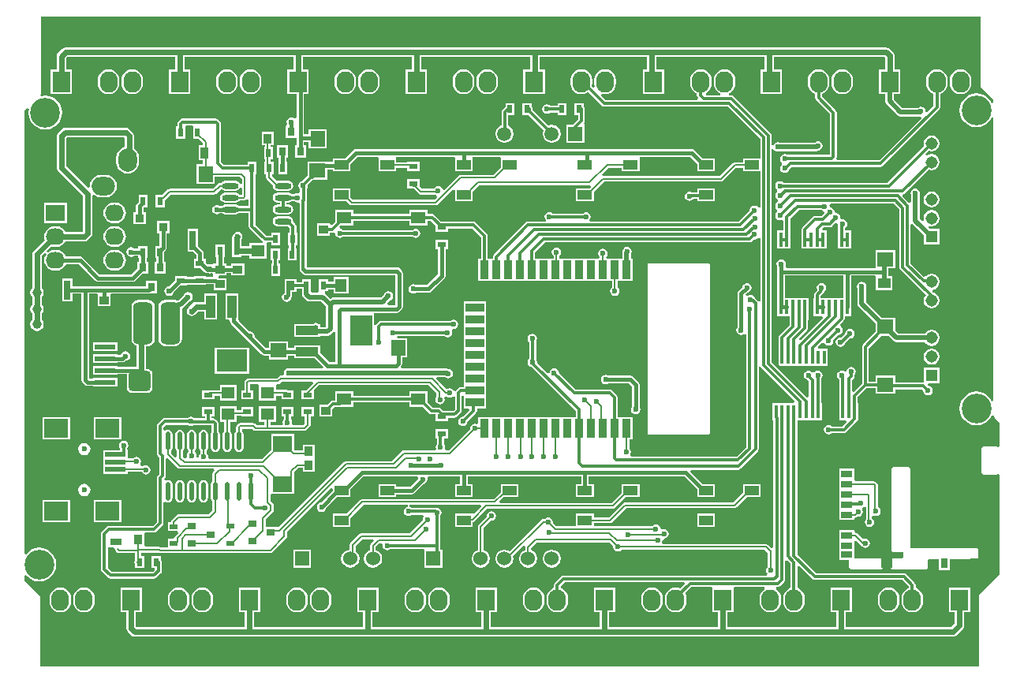
<source format=gtl>
G04*
G04 #@! TF.GenerationSoftware,Altium Limited,Altium Designer,20.2.6 (244)*
G04*
G04 Layer_Physical_Order=1*
G04 Layer_Color=255*
%FSLAX24Y24*%
%MOIN*%
G70*
G04*
G04 #@! TF.SameCoordinates,3AFE1146-FA95-4E81-A996-3AB7B898703E*
G04*
G04*
G04 #@! TF.FilePolarity,Positive*
G04*
G01*
G75*
%ADD10C,0.0079*%
%ADD16C,0.0236*%
%ADD25R,0.0354X0.0236*%
%ADD26R,0.0472X0.0276*%
%ADD27R,0.0472X0.0394*%
%ADD28R,0.0315X0.0394*%
%ADD29R,0.1102X0.0394*%
%ADD30R,0.0748X0.0512*%
%ADD31R,0.0236X0.0354*%
%ADD32R,0.0984X0.0787*%
%ADD33R,0.0906X0.0197*%
%ADD34R,0.0650X0.0600*%
%ADD35R,0.0354X0.0394*%
%ADD36R,0.0945X0.0394*%
%ADD37R,0.0945X0.1299*%
%ADD38R,0.0354X0.0315*%
%ADD39R,0.0550X0.0433*%
%ADD40R,0.0157X0.0591*%
%ADD41R,0.0140X0.0580*%
%ADD42R,0.0354X0.0787*%
%ADD43R,0.0787X0.0354*%
%ADD44R,0.0524X0.0524*%
%ADD45R,0.0591X0.0394*%
%ADD46R,0.0610X0.0512*%
%ADD47R,0.0394X0.0354*%
%ADD48R,0.0800X0.0700*%
%ADD49R,0.0550X0.0500*%
%ADD50R,0.0394X0.0945*%
%ADD51R,0.1299X0.0945*%
%ADD52R,0.0600X0.0650*%
%ADD53R,0.0315X0.0354*%
%ADD54O,0.0709X0.0236*%
%ADD55O,0.0276X0.0787*%
%ADD56R,0.0276X0.0787*%
%ADD57R,0.0354X0.0472*%
%ADD58R,0.0354X0.0472*%
%ADD59R,0.0374X0.0354*%
G04:AMPARAMS|DCode=60|XSize=177.2mil|YSize=82.7mil|CornerRadius=20.7mil|HoleSize=0mil|Usage=FLASHONLY|Rotation=90.000|XOffset=0mil|YOffset=0mil|HoleType=Round|Shape=RoundedRectangle|*
%AMROUNDEDRECTD60*
21,1,0.1772,0.0413,0,0,90.0*
21,1,0.1358,0.0827,0,0,90.0*
1,1,0.0413,0.0207,0.0679*
1,1,0.0413,0.0207,-0.0679*
1,1,0.0413,-0.0207,-0.0679*
1,1,0.0413,-0.0207,0.0679*
%
%ADD60ROUNDEDRECTD60*%
G04:AMPARAMS|DCode=61|XSize=90.2mil|YSize=83.5mil|CornerRadius=10.4mil|HoleSize=0mil|Usage=FLASHONLY|Rotation=0.000|XOffset=0mil|YOffset=0mil|HoleType=Round|Shape=RoundedRectangle|*
%AMROUNDEDRECTD61*
21,1,0.0902,0.0626,0,0,0.0*
21,1,0.0693,0.0835,0,0,0.0*
1,1,0.0209,0.0346,-0.0313*
1,1,0.0209,-0.0346,-0.0313*
1,1,0.0209,-0.0346,0.0313*
1,1,0.0209,0.0346,0.0313*
%
%ADD61ROUNDEDRECTD61*%
%ADD62R,0.0866X0.0236*%
%ADD63O,0.0217X0.0787*%
%ADD64R,0.0472X0.0315*%
%ADD65R,0.0500X0.0550*%
%ADD122C,0.0118*%
%ADD123C,0.0197*%
%ADD124C,0.0157*%
%ADD125C,0.0236*%
%ADD126C,0.1260*%
%ADD127R,0.0750X0.0900*%
%ADD128O,0.0750X0.0900*%
%ADD129C,0.0598*%
%ADD130R,0.0598X0.0598*%
%ADD131C,0.0515*%
%ADD132R,0.0515X0.0515*%
%ADD133C,0.0118*%
%ADD134O,0.0800X0.0700*%
%ADD135C,0.0394*%
%ADD136R,0.0600X0.0600*%
%ADD137C,0.0600*%
%ADD138O,0.0984X0.0787*%
%ADD139O,0.0787X0.0984*%
G36*
X40369Y27569D02*
Y24650D01*
X40379Y24600D01*
X40407Y24557D01*
X40919Y24046D01*
Y23922D01*
X40840Y23907D01*
X40819Y23957D01*
X40705Y24105D01*
X40557Y24219D01*
X40385Y24290D01*
X40200Y24315D01*
X40015Y24290D01*
X39843Y24219D01*
X39695Y24105D01*
X39581Y23957D01*
X39510Y23785D01*
X39485Y23600D01*
X39510Y23415D01*
X39581Y23243D01*
X39695Y23095D01*
X39843Y22981D01*
X40015Y22910D01*
X40200Y22885D01*
X40385Y22910D01*
X40557Y22981D01*
X40705Y23095D01*
X40819Y23243D01*
X40840Y23293D01*
X40919Y23278D01*
X40919Y11322D01*
X40840Y11307D01*
X40819Y11357D01*
X40705Y11505D01*
X40557Y11619D01*
X40385Y11690D01*
X40200Y11715D01*
X40015Y11690D01*
X39843Y11619D01*
X39695Y11505D01*
X39581Y11357D01*
X39510Y11185D01*
X39485Y11000D01*
X39510Y10815D01*
X39581Y10643D01*
X39695Y10495D01*
X39843Y10381D01*
X40015Y10310D01*
X40200Y10285D01*
X40385Y10310D01*
X40557Y10381D01*
X40705Y10495D01*
X40819Y10643D01*
X40841Y10697D01*
X40879Y10698D01*
X40922Y10685D01*
X40929Y10650D01*
X40957Y10607D01*
X40957Y10607D01*
X41169Y10396D01*
Y9385D01*
X41090Y9356D01*
X41038Y9378D01*
X40504D01*
X40443Y9353D01*
X40418Y9293D01*
Y8289D01*
X40443Y8229D01*
X40504Y8204D01*
X41038D01*
X41090Y8226D01*
X41169Y8197D01*
Y4004D01*
X40357Y3193D01*
X40329Y3150D01*
X40319Y3100D01*
Y2950D01*
Y81D01*
X631Y81D01*
Y3000D01*
X621Y3050D01*
X593Y3093D01*
X-33Y3719D01*
Y3932D01*
X45Y3959D01*
X95Y3895D01*
X243Y3781D01*
X415Y3710D01*
X600Y3685D01*
X785Y3710D01*
X957Y3781D01*
X1105Y3895D01*
X1219Y4043D01*
X1290Y4215D01*
X1315Y4400D01*
X1290Y4585D01*
X1219Y4757D01*
X1105Y4905D01*
X957Y5019D01*
X785Y5090D01*
X600Y5115D01*
X415Y5090D01*
X243Y5019D01*
X95Y4905D01*
X45Y4841D01*
X-33Y4868D01*
X-33Y23581D01*
X82Y23697D01*
X156Y23659D01*
X135Y23500D01*
X160Y23315D01*
X231Y23143D01*
X345Y22995D01*
X493Y22881D01*
X665Y22810D01*
X850Y22785D01*
X1035Y22810D01*
X1207Y22881D01*
X1355Y22995D01*
X1469Y23143D01*
X1540Y23315D01*
X1565Y23500D01*
X1540Y23685D01*
X1469Y23857D01*
X1355Y24005D01*
X1207Y24119D01*
X1035Y24190D01*
X850Y24215D01*
X691Y24194D01*
X659Y24236D01*
X648Y24264D01*
X671Y24300D01*
X681Y24350D01*
Y27569D01*
X40369Y27569D01*
D02*
G37*
%LPC*%
G36*
X39521Y25343D02*
X39403Y25327D01*
X39292Y25282D01*
X39198Y25209D01*
X39125Y25114D01*
X39079Y25004D01*
X39064Y24885D01*
Y24735D01*
X39079Y24617D01*
X39125Y24506D01*
X39198Y24412D01*
X39292Y24339D01*
X39403Y24293D01*
X39521Y24278D01*
X39640Y24293D01*
X39750Y24339D01*
X39845Y24412D01*
X39918Y24506D01*
X39963Y24617D01*
X39979Y24735D01*
Y24885D01*
X39963Y25004D01*
X39918Y25114D01*
X39845Y25209D01*
X39750Y25282D01*
X39640Y25327D01*
X39521Y25343D01*
D02*
G37*
G36*
X34521D02*
X34403Y25327D01*
X34292Y25282D01*
X34198Y25209D01*
X34125Y25114D01*
X34079Y25004D01*
X34064Y24885D01*
Y24735D01*
X34079Y24617D01*
X34125Y24506D01*
X34198Y24412D01*
X34292Y24339D01*
X34403Y24293D01*
X34521Y24278D01*
X34640Y24293D01*
X34750Y24339D01*
X34845Y24412D01*
X34918Y24506D01*
X34963Y24617D01*
X34979Y24735D01*
Y24885D01*
X34963Y25004D01*
X34918Y25114D01*
X34845Y25209D01*
X34750Y25282D01*
X34640Y25327D01*
X34521Y25343D01*
D02*
G37*
G36*
X19521D02*
X19403Y25327D01*
X19292Y25282D01*
X19198Y25209D01*
X19125Y25114D01*
X19079Y25004D01*
X19064Y24885D01*
Y24735D01*
X19079Y24617D01*
X19125Y24506D01*
X19198Y24412D01*
X19292Y24339D01*
X19403Y24293D01*
X19521Y24278D01*
X19640Y24293D01*
X19750Y24339D01*
X19845Y24412D01*
X19918Y24506D01*
X19963Y24617D01*
X19979Y24735D01*
Y24885D01*
X19963Y25004D01*
X19918Y25114D01*
X19845Y25209D01*
X19750Y25282D01*
X19640Y25327D01*
X19521Y25343D01*
D02*
G37*
G36*
X18521D02*
X18403Y25327D01*
X18292Y25282D01*
X18198Y25209D01*
X18125Y25114D01*
X18079Y25004D01*
X18064Y24885D01*
Y24735D01*
X18079Y24617D01*
X18125Y24506D01*
X18198Y24412D01*
X18292Y24339D01*
X18403Y24293D01*
X18521Y24278D01*
X18640Y24293D01*
X18750Y24339D01*
X18845Y24412D01*
X18918Y24506D01*
X18963Y24617D01*
X18979Y24735D01*
Y24885D01*
X18963Y25004D01*
X18918Y25114D01*
X18845Y25209D01*
X18750Y25282D01*
X18640Y25327D01*
X18521Y25343D01*
D02*
G37*
G36*
X14521D02*
X14403Y25327D01*
X14292Y25282D01*
X14198Y25209D01*
X14125Y25114D01*
X14079Y25004D01*
X14064Y24885D01*
Y24735D01*
X14079Y24617D01*
X14125Y24506D01*
X14198Y24412D01*
X14292Y24339D01*
X14403Y24293D01*
X14521Y24278D01*
X14640Y24293D01*
X14750Y24339D01*
X14845Y24412D01*
X14918Y24506D01*
X14963Y24617D01*
X14979Y24735D01*
Y24885D01*
X14963Y25004D01*
X14918Y25114D01*
X14845Y25209D01*
X14750Y25282D01*
X14640Y25327D01*
X14521Y25343D01*
D02*
G37*
G36*
X13521D02*
X13403Y25327D01*
X13292Y25282D01*
X13198Y25209D01*
X13125Y25114D01*
X13079Y25004D01*
X13064Y24885D01*
Y24735D01*
X13079Y24617D01*
X13125Y24506D01*
X13198Y24412D01*
X13292Y24339D01*
X13403Y24293D01*
X13521Y24278D01*
X13640Y24293D01*
X13750Y24339D01*
X13845Y24412D01*
X13918Y24506D01*
X13963Y24617D01*
X13979Y24735D01*
Y24885D01*
X13963Y25004D01*
X13918Y25114D01*
X13845Y25209D01*
X13750Y25282D01*
X13640Y25327D01*
X13521Y25343D01*
D02*
G37*
G36*
X9521D02*
X9403Y25327D01*
X9292Y25282D01*
X9198Y25209D01*
X9125Y25114D01*
X9079Y25004D01*
X9064Y24885D01*
Y24735D01*
X9079Y24617D01*
X9125Y24506D01*
X9198Y24412D01*
X9292Y24339D01*
X9403Y24293D01*
X9521Y24278D01*
X9640Y24293D01*
X9750Y24339D01*
X9845Y24412D01*
X9918Y24506D01*
X9963Y24617D01*
X9979Y24735D01*
Y24885D01*
X9963Y25004D01*
X9918Y25114D01*
X9845Y25209D01*
X9750Y25282D01*
X9640Y25327D01*
X9521Y25343D01*
D02*
G37*
G36*
X8521D02*
X8403Y25327D01*
X8292Y25282D01*
X8198Y25209D01*
X8125Y25114D01*
X8079Y25004D01*
X8064Y24885D01*
Y24735D01*
X8079Y24617D01*
X8125Y24506D01*
X8198Y24412D01*
X8292Y24339D01*
X8403Y24293D01*
X8521Y24278D01*
X8640Y24293D01*
X8750Y24339D01*
X8845Y24412D01*
X8918Y24506D01*
X8963Y24617D01*
X8979Y24735D01*
Y24885D01*
X8963Y25004D01*
X8918Y25114D01*
X8845Y25209D01*
X8750Y25282D01*
X8640Y25327D01*
X8521Y25343D01*
D02*
G37*
G36*
X4521D02*
X4403Y25327D01*
X4292Y25282D01*
X4198Y25209D01*
X4125Y25114D01*
X4079Y25004D01*
X4064Y24885D01*
Y24735D01*
X4079Y24617D01*
X4125Y24506D01*
X4198Y24412D01*
X4292Y24339D01*
X4403Y24293D01*
X4521Y24278D01*
X4640Y24293D01*
X4750Y24339D01*
X4845Y24412D01*
X4918Y24506D01*
X4963Y24617D01*
X4979Y24735D01*
Y24885D01*
X4963Y25004D01*
X4918Y25114D01*
X4845Y25209D01*
X4750Y25282D01*
X4640Y25327D01*
X4521Y25343D01*
D02*
G37*
G36*
X3521D02*
X3403Y25327D01*
X3292Y25282D01*
X3198Y25209D01*
X3125Y25114D01*
X3079Y25004D01*
X3064Y24885D01*
Y24735D01*
X3079Y24617D01*
X3125Y24506D01*
X3198Y24412D01*
X3292Y24339D01*
X3403Y24293D01*
X3521Y24278D01*
X3640Y24293D01*
X3750Y24339D01*
X3845Y24412D01*
X3918Y24506D01*
X3963Y24617D01*
X3979Y24735D01*
Y24885D01*
X3963Y25004D01*
X3918Y25114D01*
X3845Y25209D01*
X3750Y25282D01*
X3640Y25327D01*
X3521Y25343D01*
D02*
G37*
G36*
X29550D02*
X29432Y25327D01*
X29321Y25282D01*
X29226Y25209D01*
X29154Y25114D01*
X29108Y25004D01*
X29092Y24885D01*
Y24735D01*
X29108Y24617D01*
X29154Y24506D01*
X29226Y24412D01*
X29321Y24339D01*
X29376Y24316D01*
X29361Y24237D01*
X28785D01*
X28776Y24252D01*
X28779Y24339D01*
X28874Y24412D01*
X28946Y24506D01*
X28992Y24617D01*
X29008Y24735D01*
Y24885D01*
X28992Y25004D01*
X28946Y25114D01*
X28874Y25209D01*
X28779Y25282D01*
X28668Y25327D01*
X28550Y25343D01*
X28432Y25327D01*
X28321Y25282D01*
X28226Y25209D01*
X28154Y25114D01*
X28108Y25004D01*
X28092Y24885D01*
Y24735D01*
X28108Y24617D01*
X28154Y24506D01*
X28226Y24412D01*
X28321Y24339D01*
X28381Y24314D01*
Y24233D01*
X28391Y24179D01*
X28422Y24134D01*
X28442Y24113D01*
X28412Y24041D01*
X24515D01*
X24323Y24232D01*
X24368Y24299D01*
X24382Y24293D01*
X24500Y24278D01*
X24618Y24293D01*
X24729Y24339D01*
X24824Y24412D01*
X24896Y24506D01*
X24942Y24617D01*
X24958Y24735D01*
Y24885D01*
X24942Y25004D01*
X24896Y25114D01*
X24824Y25209D01*
X24729Y25282D01*
X24618Y25327D01*
X24500Y25343D01*
X24382Y25327D01*
X24271Y25282D01*
X24176Y25209D01*
X24104Y25114D01*
X24058Y25004D01*
X24042Y24885D01*
Y24735D01*
X24058Y24617D01*
X24064Y24603D01*
X23997Y24558D01*
X23941Y24614D01*
X23942Y24617D01*
X23958Y24735D01*
Y24885D01*
X23942Y25004D01*
X23896Y25114D01*
X23824Y25209D01*
X23729Y25282D01*
X23618Y25327D01*
X23500Y25343D01*
X23382Y25327D01*
X23271Y25282D01*
X23176Y25209D01*
X23104Y25114D01*
X23058Y25004D01*
X23042Y24885D01*
Y24735D01*
X23058Y24617D01*
X23104Y24506D01*
X23176Y24412D01*
X23271Y24339D01*
X23382Y24293D01*
X23500Y24278D01*
X23618Y24293D01*
X23729Y24339D01*
X23780Y24378D01*
X24357Y23801D01*
X24403Y23770D01*
X24456Y23760D01*
X29692D01*
X31057Y22395D01*
Y21565D01*
X30324D01*
Y21410D01*
X29990D01*
X29944Y21401D01*
X29905Y21375D01*
X29905Y21375D01*
X29350Y20820D01*
X24420D01*
X24398Y20816D01*
X24359Y20889D01*
X24640Y21169D01*
X25206D01*
Y21014D01*
X25954D01*
Y21561D01*
X25954Y21565D01*
X25966Y21639D01*
X28094D01*
X28395Y21338D01*
Y21014D01*
X29143D01*
Y21565D01*
X28622D01*
X28274Y21914D01*
X28222Y21948D01*
X28161Y21961D01*
X28161Y21961D01*
X13980D01*
X13980Y21961D01*
X13918Y21948D01*
X13866Y21914D01*
X13866Y21914D01*
X13518Y21565D01*
X12997D01*
Y21411D01*
X12754D01*
Y21429D01*
X11946D01*
Y20845D01*
X11718Y20616D01*
X11663Y20605D01*
X11597Y20562D01*
X11554Y20497D01*
X11539Y20420D01*
X11554Y20343D01*
X11597Y20278D01*
X11615Y20266D01*
Y20147D01*
X11537Y20093D01*
X11500Y20101D01*
X11423Y20085D01*
X11371Y20051D01*
X11277D01*
X11276Y20052D01*
X11211Y20096D01*
X11134Y20111D01*
X10661D01*
X10585Y20096D01*
X10519Y20052D01*
X10476Y19987D01*
X10461Y19910D01*
X10476Y19833D01*
X10519Y19768D01*
X10585Y19725D01*
X10661Y19710D01*
X10757D01*
Y19611D01*
X10661D01*
X10585Y19596D01*
X10519Y19552D01*
X10476Y19487D01*
X10461Y19410D01*
X10476Y19333D01*
X10519Y19268D01*
X10585Y19225D01*
X10661Y19210D01*
X11134D01*
X11211Y19225D01*
X11276Y19268D01*
X11319Y19333D01*
X11335Y19410D01*
X11319Y19487D01*
X11276Y19552D01*
X11211Y19596D01*
X11134Y19611D01*
X11038D01*
Y19710D01*
X11134D01*
X11211Y19725D01*
X11276Y19768D01*
X11276Y19769D01*
X11351D01*
X11358Y19758D01*
X11423Y19715D01*
X11500Y19699D01*
X11531Y19705D01*
X11609Y19649D01*
Y16965D01*
X11602Y16954D01*
X11589Y16892D01*
X11602Y16831D01*
X11636Y16779D01*
X11729Y16686D01*
X11729Y16686D01*
X11781Y16652D01*
X11842Y16639D01*
X15639D01*
Y15361D01*
X15327D01*
X15295Y15439D01*
X15418Y15563D01*
X15427Y15565D01*
X15492Y15608D01*
X15535Y15673D01*
X15551Y15750D01*
X15535Y15827D01*
X15492Y15892D01*
X15427Y15935D01*
X15350Y15951D01*
X15273Y15935D01*
X15208Y15892D01*
X15165Y15827D01*
X15163Y15818D01*
X15025Y15681D01*
X13015D01*
X12946Y15667D01*
X12902Y15638D01*
X12712Y15828D01*
X12656Y15865D01*
X12655Y15871D01*
X12669Y15944D01*
X12797D01*
Y16039D01*
X13021D01*
Y15846D01*
X13679D01*
Y16554D01*
X13021D01*
Y16361D01*
X12797D01*
Y16456D01*
X12403D01*
Y15959D01*
X12403Y15944D01*
X12366Y15881D01*
X12119D01*
X12082Y15944D01*
Y16456D01*
X11688D01*
Y16341D01*
X11471D01*
Y16476D01*
X10959D01*
Y16117D01*
X10956Y16102D01*
X10956Y16102D01*
Y15874D01*
X10908Y15842D01*
X10865Y15777D01*
X10849Y15700D01*
X10865Y15623D01*
X10908Y15558D01*
X10973Y15515D01*
X11050Y15499D01*
X11127Y15515D01*
X11192Y15558D01*
X11235Y15623D01*
X11251Y15700D01*
X11250Y15704D01*
X11265Y15726D01*
X11277Y15788D01*
X11277Y15788D01*
Y15924D01*
X11471D01*
Y16059D01*
X11688D01*
Y15944D01*
X11704D01*
Y15815D01*
X11718Y15746D01*
X11757Y15688D01*
X11873Y15572D01*
X11931Y15533D01*
X12000Y15519D01*
X12510D01*
X12719Y15310D01*
Y14440D01*
X12710Y14431D01*
X12463D01*
Y14432D01*
X12459Y14450D01*
Y14576D01*
X12387D01*
X12351Y14599D01*
X12282Y14613D01*
X12213Y14599D01*
X12178Y14576D01*
X11357D01*
Y14024D01*
X12459D01*
Y14069D01*
X12785D01*
X12854Y14083D01*
X12912Y14122D01*
X13028Y14238D01*
X13036Y14250D01*
X13114Y14226D01*
Y12961D01*
X12845D01*
X12459Y13346D01*
Y13670D01*
X11357D01*
Y13555D01*
X11104D01*
Y13829D01*
X10296D01*
Y13561D01*
X10167D01*
X9697Y14030D01*
X9701Y14050D01*
X9685Y14127D01*
X9642Y14192D01*
X9577Y14235D01*
X9500Y14251D01*
X9480Y14247D01*
X9043Y14684D01*
X9011Y14751D01*
X9011D01*
X9011Y14751D01*
Y15853D01*
X8460D01*
Y14751D01*
X8604D01*
X8650Y14689D01*
X8663Y14628D01*
X8697Y14576D01*
X9344Y13928D01*
X9358Y13908D01*
X9378Y13894D01*
X9986Y13286D01*
X10039Y13252D01*
X10100Y13239D01*
X10100Y13239D01*
X10296D01*
Y13071D01*
X11104D01*
Y13234D01*
X11357D01*
Y13119D01*
X12232D01*
X12592Y12759D01*
X12559Y12681D01*
X11212D01*
X11204Y12685D01*
X11128Y12701D01*
X11051Y12685D01*
X10986Y12642D01*
X10942Y12577D01*
X10927Y12500D01*
X10935Y12457D01*
X10885Y12378D01*
X10788D01*
X10788Y12378D01*
X10742Y12369D01*
X10703Y12343D01*
X10703Y12343D01*
X10631Y12270D01*
X9432D01*
X9432Y12270D01*
X9385Y12261D01*
X9346Y12235D01*
X9346Y12235D01*
X9300Y12189D01*
X9274Y12150D01*
X9265Y12104D01*
X9265Y12104D01*
Y11772D01*
X9130D01*
Y11378D01*
X9641D01*
Y11772D01*
X9506D01*
Y12030D01*
X9820D01*
X9882Y11989D01*
X9882Y11951D01*
Y11331D01*
X10589D01*
Y11540D01*
X10830D01*
Y11378D01*
X11341D01*
Y11772D01*
X11113D01*
X11070Y11781D01*
X10589D01*
X10589Y11989D01*
X10651Y12030D01*
X10681D01*
X10681Y12030D01*
X10727Y12039D01*
X10766Y12065D01*
X10838Y12137D01*
X12124D01*
X12154Y12064D01*
X11862Y11772D01*
X11680D01*
Y11378D01*
X12191D01*
Y11761D01*
X12410Y11980D01*
X17050D01*
X17380Y11650D01*
Y11496D01*
X17346Y11446D01*
X17331Y11369D01*
X17346Y11292D01*
X17389Y11227D01*
X17454Y11183D01*
X17531Y11168D01*
X17608Y11183D01*
X17673Y11227D01*
X17717Y11292D01*
X17732Y11369D01*
X17717Y11446D01*
X17715Y11448D01*
X17761Y11521D01*
X17785Y11518D01*
X17794Y11505D01*
X17859Y11461D01*
X17935Y11446D01*
X18012Y11461D01*
X18077Y11505D01*
X18081Y11510D01*
X18160Y11486D01*
Y10958D01*
X18092Y10891D01*
X17658D01*
X17562Y10987D01*
X17516Y11018D01*
X17462Y11028D01*
X17220D01*
X16999Y11250D01*
Y11720D01*
X16231D01*
Y11526D01*
X13869D01*
Y11720D01*
X13101D01*
Y11329D01*
X13009D01*
X12955Y11319D01*
X12909Y11288D01*
X12777Y11156D01*
X12424D01*
Y10644D01*
X12976D01*
Y10957D01*
X13067Y11048D01*
X13288D01*
X13302Y11051D01*
X13869D01*
Y11245D01*
X16231D01*
Y11051D01*
X16800D01*
X17063Y10788D01*
X17108Y10758D01*
X17162Y10747D01*
X17344D01*
Y10453D01*
X17856D01*
Y10610D01*
X18150D01*
X18204Y10620D01*
X18249Y10651D01*
X18399Y10801D01*
X18430Y10846D01*
X18441Y10900D01*
Y11541D01*
X18461Y11560D01*
X18540Y11525D01*
Y11004D01*
X18744D01*
X18777Y10926D01*
X18502Y10650D01*
X18500Y10651D01*
X18423Y10635D01*
X18358Y10592D01*
X18315Y10527D01*
X18299Y10450D01*
X18315Y10373D01*
X18358Y10308D01*
X18423Y10265D01*
X18500Y10249D01*
X18577Y10265D01*
X18642Y10308D01*
X18685Y10373D01*
X18701Y10450D01*
X18700Y10452D01*
X19049Y10801D01*
X19080Y10846D01*
X19090Y10900D01*
Y11004D01*
X19485D01*
Y11504D01*
Y12004D01*
Y12504D01*
Y13004D01*
Y13504D01*
Y14004D01*
Y14504D01*
Y15004D01*
Y15516D01*
X18540D01*
Y15004D01*
Y14504D01*
Y14004D01*
Y13504D01*
Y13004D01*
Y12504D01*
Y11901D01*
X18410D01*
X18356Y11890D01*
X18311Y11860D01*
X18201Y11749D01*
X18196Y11742D01*
X18181Y11738D01*
X18105Y11747D01*
X18077Y11788D01*
X18012Y11832D01*
X17935Y11847D01*
X17859Y11832D01*
X17817Y11804D01*
X17374Y12247D01*
X17404Y12319D01*
X17754D01*
X17798Y12290D01*
X17875Y12274D01*
X17952Y12290D01*
X18017Y12333D01*
X18060Y12398D01*
X18076Y12475D01*
X18060Y12552D01*
X18017Y12617D01*
X17952Y12660D01*
X17875Y12676D01*
X17875Y12676D01*
X17850Y12681D01*
X15887D01*
X15854Y12759D01*
X15874Y12779D01*
X15874Y12779D01*
X15908Y12831D01*
X15921Y12892D01*
Y13146D01*
X16139D01*
Y13954D01*
X15737D01*
X15702Y14032D01*
X15726Y14059D01*
X17707D01*
X17708Y14058D01*
X17773Y14015D01*
X17850Y13999D01*
X17927Y14015D01*
X17992Y14058D01*
X18035Y14123D01*
X18051Y14200D01*
X18035Y14277D01*
X18032Y14283D01*
X18079Y14353D01*
X18100Y14349D01*
X18177Y14365D01*
X18242Y14408D01*
X18285Y14473D01*
X18301Y14550D01*
X18285Y14627D01*
X18242Y14692D01*
X18177Y14735D01*
X18100Y14751D01*
X18023Y14735D01*
X17958Y14692D01*
X17957Y14691D01*
X15050D01*
X14996Y14680D01*
X14951Y14649D01*
X14851Y14549D01*
X14820Y14504D01*
X14743Y14519D01*
X14743Y15028D01*
X14817Y15039D01*
X15708D01*
X15708Y15039D01*
X15769Y15052D01*
X15821Y15086D01*
X15914Y15179D01*
X15914Y15179D01*
X15948Y15231D01*
X15961Y15292D01*
Y16708D01*
X15948Y16769D01*
X15914Y16821D01*
X15914Y16821D01*
X15821Y16914D01*
X15769Y16948D01*
X15708Y16961D01*
X15708Y16961D01*
X11909D01*
X11890Y16979D01*
Y19764D01*
X11896Y19794D01*
Y20301D01*
X11925Y20343D01*
X11940Y20420D01*
X11937Y20438D01*
X12151Y20653D01*
X12165Y20655D01*
X12189Y20671D01*
X12754D01*
Y21090D01*
X12997D01*
Y21014D01*
X13745D01*
Y21338D01*
X14046Y21639D01*
X14915D01*
X14926Y21565D01*
X14926Y21561D01*
Y21014D01*
X15674D01*
Y21169D01*
X16144D01*
Y21018D01*
X16656D01*
Y21412D01*
X16444D01*
X16400Y21420D01*
X16356Y21412D01*
X16144D01*
Y21410D01*
X15674D01*
Y21561D01*
X15674Y21565D01*
X15685Y21639D01*
X18148D01*
X18159Y21565D01*
X18159D01*
Y21014D01*
X18907D01*
Y21565D01*
X18907D01*
X18918Y21639D01*
X20077D01*
X20088Y21565D01*
X20088Y21561D01*
Y21184D01*
X19774Y20870D01*
X18400D01*
X18354Y20861D01*
X18315Y20835D01*
X18315Y20835D01*
X17722Y20243D01*
X17637Y20269D01*
X17635Y20277D01*
X17592Y20342D01*
X17527Y20385D01*
X17450Y20401D01*
X17373Y20385D01*
X17308Y20342D01*
X17270Y20284D01*
X16764D01*
X16656Y20393D01*
Y20697D01*
X16144D01*
Y20303D01*
X16332D01*
X16354Y20289D01*
X16400Y20280D01*
X16428D01*
X16629Y20079D01*
X16629Y20079D01*
X16668Y20053D01*
X16714Y20043D01*
X16714Y20043D01*
X17330D01*
X17373Y20015D01*
X17381Y20013D01*
X17407Y19928D01*
X17300Y19820D01*
X13849D01*
X13745Y19925D01*
Y20306D01*
X12997D01*
Y19754D01*
X13575D01*
X13714Y19615D01*
X13753Y19589D01*
X13799Y19580D01*
X17350D01*
X17350Y19580D01*
X17396Y19589D01*
X17435Y19615D01*
X18080Y20260D01*
X18159Y20227D01*
Y19754D01*
X18907D01*
Y20152D01*
X18920Y20165D01*
X18920Y20165D01*
X19185Y20430D01*
X23850D01*
X23850Y20430D01*
X23872Y20434D01*
X23911Y20361D01*
X23855Y20306D01*
X23277D01*
Y19754D01*
X24025D01*
Y20135D01*
X24470Y20580D01*
X29400D01*
X29400Y20580D01*
X29446Y20589D01*
X29485Y20615D01*
X30040Y21169D01*
X30324D01*
Y21014D01*
X31057D01*
Y19506D01*
X30978Y19483D01*
X30955Y19517D01*
X30890Y19560D01*
X30813Y19576D01*
X30736Y19560D01*
X30671Y19517D01*
X30628Y19452D01*
X30612Y19375D01*
X30613Y19373D01*
X30130Y18891D01*
X23883D01*
X23862Y18925D01*
X23849Y18969D01*
X23885Y19023D01*
X23901Y19100D01*
X23885Y19177D01*
X23842Y19242D01*
X23777Y19285D01*
X23700Y19301D01*
X23623Y19285D01*
X23558Y19242D01*
X23557Y19240D01*
X22293D01*
X22292Y19242D01*
X22227Y19285D01*
X22150Y19301D01*
X22073Y19285D01*
X22008Y19242D01*
X21965Y19177D01*
X21949Y19100D01*
X21965Y19023D01*
X22001Y18969D01*
X21988Y18925D01*
X21967Y18891D01*
X21250D01*
X21196Y18880D01*
X21151Y18849D01*
X19801Y17499D01*
X19770Y17454D01*
X19760Y17400D01*
Y17329D01*
X19547D01*
Y18294D01*
X19536Y18347D01*
X19506Y18393D01*
X19049Y18849D01*
X19004Y18880D01*
X18950Y18891D01*
X17580D01*
X17300Y19171D01*
X17254Y19201D01*
X17200Y19212D01*
X16999D01*
Y19406D01*
X16231D01*
Y19212D01*
X13869D01*
Y19406D01*
X13101D01*
Y18891D01*
X12954Y18744D01*
X12876Y18777D01*
Y18821D01*
X12324D01*
Y18309D01*
X12876D01*
Y18424D01*
X12974D01*
X13028Y18435D01*
X13059Y18420D01*
X13101Y18390D01*
X13115Y18323D01*
X13158Y18258D01*
X13223Y18215D01*
X13300Y18199D01*
X13377Y18215D01*
X13442Y18258D01*
X13443Y18260D01*
X16357D01*
X16358Y18258D01*
X16423Y18215D01*
X16500Y18199D01*
X16577Y18215D01*
X16642Y18258D01*
X16685Y18323D01*
X16701Y18400D01*
X16685Y18477D01*
X16642Y18542D01*
X16577Y18585D01*
X16500Y18601D01*
X16423Y18585D01*
X16358Y18542D01*
X16357Y18541D01*
X13443D01*
X13442Y18542D01*
X13377Y18585D01*
X13317Y18597D01*
X13292Y18645D01*
X13286Y18678D01*
X13338Y18731D01*
X13343Y18737D01*
X13869D01*
Y18931D01*
X16231D01*
Y18737D01*
X16999D01*
Y18931D01*
X17142D01*
X17344Y18729D01*
Y18453D01*
X17856D01*
Y18610D01*
X18892D01*
X19266Y18236D01*
Y17329D01*
X19150D01*
Y16384D01*
X24797D01*
Y16117D01*
X24776Y16102D01*
X24732Y16037D01*
X24717Y15960D01*
X24732Y15883D01*
X24776Y15818D01*
X24841Y15775D01*
X24918Y15760D01*
X24995Y15775D01*
X25060Y15818D01*
X25103Y15883D01*
X25119Y15960D01*
X25103Y16037D01*
X25060Y16102D01*
X25038Y16117D01*
Y16384D01*
X25662D01*
Y17329D01*
X25587D01*
Y17511D01*
X25615Y17553D01*
X25630Y17630D01*
X25615Y17707D01*
X25572Y17772D01*
X25507Y17815D01*
X25430Y17830D01*
X25353Y17815D01*
X25288Y17772D01*
X25244Y17707D01*
X25229Y17630D01*
X25230Y17626D01*
X25226Y17606D01*
Y17329D01*
X24572D01*
X24548Y17408D01*
X24548Y17408D01*
X24592Y17473D01*
X24607Y17550D01*
X24592Y17627D01*
X24548Y17692D01*
X24483Y17735D01*
X24406Y17751D01*
X24329Y17735D01*
X24264Y17692D01*
X24221Y17627D01*
X24206Y17550D01*
X24221Y17473D01*
X24264Y17408D01*
X24265Y17408D01*
X24241Y17329D01*
X22570D01*
Y17444D01*
X22592Y17458D01*
X22635Y17523D01*
X22651Y17600D01*
X22635Y17677D01*
X22592Y17742D01*
X22527Y17785D01*
X22450Y17801D01*
X22373Y17785D01*
X22308Y17742D01*
X22265Y17677D01*
X22249Y17600D01*
X22265Y17523D01*
X22308Y17458D01*
X22330Y17444D01*
Y17329D01*
X21547D01*
Y17598D01*
X21968Y18019D01*
X30602D01*
X30656Y18030D01*
X30702Y18060D01*
X30791Y18149D01*
X30819Y18143D01*
X30896Y18159D01*
X30961Y18202D01*
X30978Y18228D01*
X31057Y18204D01*
Y15522D01*
X31026Y15512D01*
X30978Y15509D01*
X30955Y15543D01*
X30831Y15667D01*
X30830Y15677D01*
X30786Y15742D01*
X30721Y15785D01*
X30644Y15801D01*
X30567Y15785D01*
X30539Y15767D01*
X30451Y15796D01*
X30445Y15818D01*
X30533Y15906D01*
X30577Y15915D01*
X30642Y15958D01*
X30685Y16023D01*
X30701Y16100D01*
X30685Y16177D01*
X30642Y16242D01*
X30577Y16285D01*
X30500Y16301D01*
X30423Y16285D01*
X30358Y16242D01*
X30315Y16177D01*
X30306Y16133D01*
X30136Y15964D01*
X30102Y15911D01*
X30089Y15850D01*
X30089Y15850D01*
Y14414D01*
X30065Y14377D01*
X30049Y14300D01*
X30065Y14223D01*
X30108Y14158D01*
X30173Y14115D01*
X30250Y14099D01*
X30327Y14115D01*
X30381Y14151D01*
X30425Y14138D01*
X30459Y14117D01*
Y9358D01*
X30061Y8960D01*
X25600D01*
X25562Y9038D01*
X25585Y9073D01*
X25601Y9150D01*
X25585Y9227D01*
X25542Y9292D01*
X25527Y9302D01*
Y9691D01*
X25662D01*
Y10636D01*
X25047D01*
Y11444D01*
X25036Y11497D01*
X25006Y11543D01*
X24799Y11749D01*
X24754Y11780D01*
X24700Y11790D01*
X23261D01*
X22553Y12498D01*
X22554Y12500D01*
X22538Y12577D01*
X22495Y12642D01*
X22430Y12685D01*
X22353Y12701D01*
X22276Y12685D01*
X22211Y12642D01*
X22168Y12577D01*
X22154Y12506D01*
X22129Y12491D01*
X22078Y12471D01*
X21621Y12927D01*
X21626Y12950D01*
X21610Y13027D01*
X21590Y13057D01*
Y13843D01*
X21610Y13873D01*
X21626Y13950D01*
X21610Y14027D01*
X21567Y14092D01*
X21502Y14135D01*
X21425Y14151D01*
X21348Y14135D01*
X21283Y14092D01*
X21240Y14027D01*
X21224Y13950D01*
X21240Y13873D01*
X21283Y13808D01*
X21309Y13790D01*
Y13110D01*
X21283Y13092D01*
X21240Y13027D01*
X21224Y12950D01*
X21240Y12873D01*
X21283Y12808D01*
X21348Y12765D01*
X21396Y12755D01*
X23266Y10886D01*
Y10636D01*
X19150D01*
Y10381D01*
X19079Y10337D01*
X19072Y10336D01*
X19000Y10351D01*
X18923Y10335D01*
X18858Y10292D01*
X18815Y10227D01*
X18799Y10150D01*
X18804Y10125D01*
X17900Y9220D01*
X17788D01*
X17741Y9299D01*
X17751Y9350D01*
X17735Y9427D01*
X17692Y9492D01*
X17691Y9493D01*
Y9738D01*
X17856D01*
Y10132D01*
X17344D01*
Y9738D01*
X17409D01*
Y9493D01*
X17408Y9492D01*
X17365Y9427D01*
X17349Y9350D01*
X17359Y9299D01*
X17312Y9220D01*
X16000D01*
X16000Y9220D01*
X15954Y9211D01*
X15915Y9185D01*
X15915Y9185D01*
X15504Y8775D01*
X13554D01*
X13508Y8766D01*
X13469Y8739D01*
X10714Y5984D01*
X10635Y5996D01*
Y5996D01*
X10156D01*
Y6301D01*
X10471Y6617D01*
X10471Y6617D01*
X10497Y6656D01*
X10507Y6702D01*
X10507Y6702D01*
Y6898D01*
X10497Y6944D01*
X10471Y6983D01*
X10370Y7084D01*
Y7318D01*
X10407Y7382D01*
X11364D01*
Y8109D01*
X11366Y8121D01*
Y8296D01*
X11550Y8480D01*
X11729D01*
Y8324D01*
X12241D01*
Y8876D01*
X12241D01*
Y8924D01*
X12241D01*
Y9476D01*
X11729D01*
Y9220D01*
X11396D01*
X11364Y9252D01*
Y9939D01*
X10407D01*
Y9252D01*
X10001Y8846D01*
X7951D01*
X7951Y8846D01*
X7945Y8844D01*
X7782D01*
X7729Y8923D01*
X7736Y8960D01*
X7721Y9037D01*
X7677Y9102D01*
X7656Y9117D01*
Y9193D01*
X7670Y9203D01*
X7712Y9265D01*
X7726Y9338D01*
Y9909D01*
X7712Y9982D01*
X7670Y10043D01*
X7608Y10085D01*
X7535Y10099D01*
X7462Y10085D01*
X7401Y10043D01*
X7359Y9982D01*
X7345Y9909D01*
Y9338D01*
X7359Y9265D01*
X7401Y9203D01*
X7415Y9193D01*
Y9117D01*
X7394Y9102D01*
X7350Y9037D01*
X7335Y8960D01*
X7278Y8898D01*
X7278Y8898D01*
X7229Y8973D01*
X7236Y9010D01*
X7221Y9087D01*
X7194Y9127D01*
X7170Y9203D01*
X7212Y9265D01*
X7226Y9338D01*
Y9909D01*
X7212Y9982D01*
X7170Y10043D01*
X7108Y10085D01*
X7035Y10099D01*
X6962Y10085D01*
X6901Y10043D01*
X6859Y9982D01*
X6845Y9909D01*
Y9338D01*
X6859Y9265D01*
X6901Y9203D01*
X6877Y9127D01*
X6850Y9087D01*
X6835Y9010D01*
X6846Y8954D01*
X6807Y8890D01*
X6795Y8877D01*
X6744Y8872D01*
X6656Y8960D01*
Y9193D01*
X6670Y9203D01*
X6712Y9265D01*
X6726Y9338D01*
Y9909D01*
X6712Y9982D01*
X6670Y10043D01*
X6608Y10085D01*
X6535Y10099D01*
X6462Y10085D01*
X6401Y10043D01*
X6359Y9982D01*
X6345Y9909D01*
Y9338D01*
X6359Y9265D01*
X6401Y9203D01*
X6415Y9193D01*
Y8962D01*
X6336Y8930D01*
X6156Y9110D01*
Y9193D01*
X6170Y9203D01*
X6212Y9265D01*
X6226Y9338D01*
Y9909D01*
X6212Y9982D01*
X6170Y10043D01*
X6108Y10085D01*
X6035Y10099D01*
X5962Y10085D01*
X5919Y10056D01*
X5855Y10079D01*
X5840Y10091D01*
Y10192D01*
X5958Y10309D01*
X6857D01*
X6858Y10308D01*
X6923Y10265D01*
X7000Y10249D01*
X7077Y10265D01*
X7125Y10297D01*
X7882D01*
Y10016D01*
X7859Y9982D01*
X7845Y9909D01*
Y9338D01*
X7859Y9265D01*
X7901Y9203D01*
X7962Y9162D01*
X8035Y9147D01*
X8108Y9162D01*
X8170Y9203D01*
X8212Y9265D01*
X8226Y9338D01*
Y9909D01*
X8212Y9982D01*
X8170Y10043D01*
X8163Y10048D01*
Y10368D01*
X8153Y10422D01*
X8122Y10468D01*
X8053Y10537D01*
X8007Y10567D01*
X7954Y10578D01*
X7876D01*
Y10664D01*
X7991D01*
Y11057D01*
X7480D01*
Y10664D01*
X7595D01*
Y10578D01*
X7151D01*
X7142Y10592D01*
X7077Y10635D01*
X7000Y10651D01*
X6923Y10635D01*
X6858Y10592D01*
X6857Y10590D01*
X5900D01*
X5846Y10580D01*
X5801Y10549D01*
X5601Y10349D01*
X5570Y10304D01*
X5560Y10250D01*
Y9100D01*
X5570Y9046D01*
X5601Y9001D01*
X5660Y8942D01*
Y8208D01*
X5601Y8149D01*
X5570Y8104D01*
X5560Y8050D01*
Y6208D01*
X5392Y6040D01*
X3550D01*
X3496Y6030D01*
X3451Y5999D01*
X3251Y5799D01*
X3220Y5754D01*
X3210Y5700D01*
Y4200D01*
X3220Y4146D01*
X3251Y4101D01*
X3501Y3851D01*
X3546Y3820D01*
X3600Y3810D01*
X5450D01*
X5504Y3820D01*
X5549Y3851D01*
X5727Y4028D01*
X5757Y4073D01*
X5768Y4127D01*
Y4469D01*
X5776Y4510D01*
X5765Y4564D01*
X5747Y4591D01*
Y4766D01*
X5353D01*
Y4254D01*
X5463D01*
X5477Y4176D01*
X5392Y4090D01*
X3658D01*
X3490Y4258D01*
Y5044D01*
X3513Y5114D01*
X3723D01*
X3793Y5060D01*
X3802Y5014D01*
X3828Y4975D01*
X3878Y4925D01*
X3878Y4925D01*
X3917Y4899D01*
X3963Y4890D01*
X3963Y4890D01*
X4650D01*
Y4766D01*
X4639D01*
Y4578D01*
X4624Y4556D01*
X4615Y4510D01*
X4624Y4464D01*
X4639Y4443D01*
Y4254D01*
X5032D01*
Y4766D01*
X4891D01*
Y4909D01*
X5629D01*
X5643Y4899D01*
X5689Y4890D01*
X6589D01*
X6589Y4890D01*
X6589Y4890D01*
X10360D01*
X10360Y4890D01*
X10406Y4899D01*
X10445Y4925D01*
X11035Y5515D01*
X11061Y5554D01*
X11070Y5600D01*
X11070Y5600D01*
Y5777D01*
X12924Y7631D01*
X12993Y7602D01*
X12996Y7528D01*
X12991Y7525D01*
X12991Y7525D01*
X12489Y7023D01*
X12445Y7014D01*
X12380Y6970D01*
X12336Y6905D01*
X12321Y6828D01*
X12336Y6752D01*
X12380Y6686D01*
X12445Y6643D01*
X12522Y6628D01*
X12598Y6643D01*
X12664Y6686D01*
X12707Y6752D01*
X12716Y6795D01*
X13172Y7251D01*
X13253D01*
X13253Y7251D01*
X13268Y7254D01*
X13745D01*
Y7578D01*
X14306Y8139D01*
X16569D01*
X16611Y8061D01*
X16606Y8033D01*
X16263Y7690D01*
X15674D01*
Y7806D01*
X14926D01*
Y7254D01*
X15674D01*
Y7369D01*
X16330D01*
X16330Y7369D01*
X16391Y7382D01*
X16443Y7416D01*
X16833Y7806D01*
X16877Y7815D01*
X16942Y7858D01*
X16985Y7923D01*
X17001Y8000D01*
X16989Y8061D01*
X17031Y8139D01*
X18373D01*
Y7806D01*
X18159D01*
Y7254D01*
X18907D01*
Y7806D01*
X18694D01*
Y8139D01*
X23491D01*
Y7806D01*
X23277D01*
Y7254D01*
X24025D01*
Y7806D01*
X23812D01*
Y8139D01*
X27834D01*
X28395Y7578D01*
Y7254D01*
X29143D01*
Y7806D01*
X28622D01*
X28091Y8337D01*
X28121Y8410D01*
X30128D01*
X30182Y8420D01*
X30228Y8451D01*
X30955Y9178D01*
X30986Y9224D01*
X30996Y9278D01*
Y12748D01*
X31027Y12759D01*
X31075Y12761D01*
X31098Y12727D01*
X32518Y11308D01*
X32485Y11229D01*
X31577D01*
Y10491D01*
X31615D01*
Y5116D01*
X31537Y5084D01*
X31385Y5235D01*
X31346Y5261D01*
X31300Y5270D01*
X31300Y5270D01*
X26960D01*
X26916Y5342D01*
X26916Y5349D01*
X26930Y5421D01*
X26927Y5435D01*
X26994Y5502D01*
X27000Y5500D01*
X27077Y5516D01*
X27142Y5559D01*
X27185Y5624D01*
X27201Y5701D01*
X27185Y5778D01*
X27142Y5843D01*
X27077Y5887D01*
X27000Y5902D01*
X26923Y5887D01*
X26920Y5887D01*
X26845Y5929D01*
X26835Y5977D01*
X26792Y6042D01*
X26727Y6085D01*
X26650Y6101D01*
X26573Y6085D01*
X26508Y6042D01*
X26494Y6020D01*
X24025D01*
Y6150D01*
X24714D01*
X24714Y6150D01*
X24760Y6159D01*
X24799Y6185D01*
X25393Y6780D01*
X29970D01*
X29970Y6780D01*
X30016Y6789D01*
X30055Y6815D01*
X30495Y7254D01*
X31072D01*
Y7806D01*
X30324D01*
Y7425D01*
X29920Y7020D01*
X25344D01*
X25343Y7020D01*
X25297Y7011D01*
X25258Y6985D01*
X24664Y6391D01*
X24025D01*
Y6546D01*
X23277D01*
Y6020D01*
X22450D01*
X22296Y6175D01*
X22301Y6200D01*
X22285Y6277D01*
X22242Y6342D01*
X22177Y6385D01*
X22100Y6401D01*
X22023Y6385D01*
X21958Y6342D01*
X21944Y6320D01*
X21900D01*
X21900Y6320D01*
X21854Y6311D01*
X21815Y6285D01*
X20481Y4951D01*
X20398Y5007D01*
X20250Y5036D01*
X20102Y5007D01*
X19977Y4923D01*
X19893Y4798D01*
X19864Y4650D01*
X19893Y4502D01*
X19977Y4377D01*
X20102Y4293D01*
X20250Y4264D01*
X20398Y4293D01*
X20523Y4377D01*
X20607Y4502D01*
X20636Y4650D01*
X20617Y4747D01*
X21067Y5196D01*
X21135Y5153D01*
X21130Y5127D01*
X21130Y5127D01*
Y5012D01*
X21102Y5007D01*
X20977Y4923D01*
X20893Y4798D01*
X20864Y4650D01*
X20893Y4502D01*
X20977Y4377D01*
X21102Y4293D01*
X21250Y4264D01*
X21398Y4293D01*
X21523Y4377D01*
X21607Y4502D01*
X21636Y4650D01*
X21607Y4798D01*
X21523Y4923D01*
X21398Y5007D01*
X21393Y5008D01*
X21382Y5089D01*
X21623Y5330D01*
X24700D01*
X24854Y5175D01*
X24849Y5150D01*
X24865Y5073D01*
X24908Y5008D01*
X24973Y4965D01*
X25050Y4949D01*
X25127Y4965D01*
X25192Y5008D01*
X25206Y5030D01*
X31250D01*
X31380Y4900D01*
Y4309D01*
X31358Y4295D01*
X31315Y4230D01*
X31299Y4153D01*
X31315Y4076D01*
X31358Y4011D01*
X31333Y3933D01*
X22740D01*
X22686Y3922D01*
X22641Y3891D01*
X22386Y3637D01*
X22356Y3591D01*
X22345Y3537D01*
Y3418D01*
X22257Y3382D01*
X22162Y3309D01*
X22089Y3214D01*
X22043Y3104D01*
X22028Y2985D01*
Y2835D01*
X22043Y2717D01*
X22089Y2606D01*
X22162Y2512D01*
X22257Y2439D01*
X22367Y2393D01*
X22485Y2378D01*
X22604Y2393D01*
X22714Y2439D01*
X22809Y2512D01*
X22882Y2606D01*
X22927Y2717D01*
X22943Y2835D01*
Y2985D01*
X22927Y3104D01*
X22882Y3214D01*
X22809Y3309D01*
X22714Y3382D01*
X22647Y3409D01*
X22638Y3491D01*
X22798Y3652D01*
X27850D01*
X27880Y3579D01*
X27692Y3391D01*
X27604Y3427D01*
X27485Y3443D01*
X27367Y3427D01*
X27257Y3382D01*
X27162Y3309D01*
X27089Y3214D01*
X27043Y3104D01*
X27028Y2985D01*
Y2835D01*
X27043Y2717D01*
X27089Y2606D01*
X27162Y2512D01*
X27257Y2439D01*
X27367Y2393D01*
X27485Y2378D01*
X27604Y2393D01*
X27714Y2439D01*
X27809Y2512D01*
X27882Y2606D01*
X27927Y2717D01*
X27943Y2835D01*
Y2985D01*
X27927Y3104D01*
X27891Y3192D01*
X28148Y3449D01*
X28957D01*
X29032Y3439D01*
X29032Y3371D01*
Y2382D01*
X29285D01*
Y1751D01*
X24686D01*
Y2382D01*
X24939D01*
Y3439D01*
X24032D01*
Y2382D01*
X24285D01*
Y1751D01*
X19686D01*
Y2382D01*
X19939D01*
Y3439D01*
X19032D01*
Y2382D01*
X19285D01*
Y1751D01*
X14686D01*
Y2382D01*
X14939D01*
Y3439D01*
X14032D01*
Y2382D01*
X14285D01*
Y1751D01*
X9686D01*
Y2382D01*
X9939D01*
Y3439D01*
X9032D01*
Y2382D01*
X9285D01*
Y1751D01*
X4707D01*
X4686Y1772D01*
Y2382D01*
X4939D01*
Y3439D01*
X4032D01*
Y2382D01*
X4285D01*
Y1688D01*
X4300Y1612D01*
X4344Y1546D01*
X4482Y1408D01*
X4547Y1365D01*
X4624Y1349D01*
X39200D01*
X39277Y1365D01*
X39342Y1408D01*
X39627Y1694D01*
X39671Y1759D01*
X39686Y1835D01*
Y2382D01*
X39939D01*
Y3439D01*
X39032D01*
Y2382D01*
X39285D01*
Y1919D01*
X39117Y1751D01*
X34686D01*
Y2382D01*
X34939D01*
Y3439D01*
X34032D01*
Y2382D01*
X34285D01*
Y1751D01*
X29686D01*
Y2382D01*
X29939D01*
Y3371D01*
X29939Y3439D01*
X30014Y3449D01*
X31221D01*
X31232Y3429D01*
X31242Y3371D01*
X31162Y3309D01*
X31089Y3214D01*
X31043Y3104D01*
X31028Y2985D01*
Y2835D01*
X31043Y2717D01*
X31089Y2606D01*
X31162Y2512D01*
X31257Y2439D01*
X31367Y2393D01*
X31485Y2378D01*
X31604Y2393D01*
X31714Y2439D01*
X31809Y2512D01*
X31882Y2606D01*
X31927Y2717D01*
X31943Y2835D01*
Y2985D01*
X31927Y3104D01*
X31882Y3214D01*
X31809Y3309D01*
X31729Y3371D01*
X31739Y3429D01*
X31749Y3449D01*
X31790D01*
X31844Y3460D01*
X31889Y3490D01*
X32075Y3676D01*
X32105Y3722D01*
X32116Y3775D01*
Y4554D01*
X32195Y4587D01*
X32345Y4437D01*
Y3418D01*
X32257Y3382D01*
X32162Y3309D01*
X32089Y3214D01*
X32043Y3104D01*
X32028Y2985D01*
Y2835D01*
X32043Y2717D01*
X32089Y2606D01*
X32162Y2512D01*
X32257Y2439D01*
X32367Y2393D01*
X32485Y2378D01*
X32604Y2393D01*
X32714Y2439D01*
X32809Y2512D01*
X32882Y2606D01*
X32927Y2717D01*
X32943Y2835D01*
Y2985D01*
X32927Y3104D01*
X32882Y3214D01*
X32809Y3309D01*
X32714Y3382D01*
X32626Y3418D01*
Y4331D01*
X32699Y4361D01*
X33259Y3801D01*
X33305Y3770D01*
X33359Y3760D01*
X37065D01*
X37333Y3491D01*
X37324Y3409D01*
X37257Y3382D01*
X37162Y3309D01*
X37089Y3214D01*
X37043Y3104D01*
X37028Y2985D01*
Y2835D01*
X37043Y2717D01*
X37089Y2606D01*
X37162Y2512D01*
X37257Y2439D01*
X37367Y2393D01*
X37485Y2378D01*
X37604Y2393D01*
X37714Y2439D01*
X37809Y2512D01*
X37882Y2606D01*
X37927Y2717D01*
X37943Y2835D01*
Y2985D01*
X37927Y3104D01*
X37882Y3214D01*
X37809Y3309D01*
X37714Y3382D01*
X37626Y3418D01*
Y3537D01*
X37615Y3591D01*
X37585Y3637D01*
X37222Y3999D01*
X37177Y4030D01*
X37123Y4040D01*
X33417D01*
X32626Y4831D01*
Y10491D01*
X33664D01*
Y11229D01*
X33645D01*
Y12266D01*
X33679Y12317D01*
X33695Y12394D01*
X33679Y12471D01*
X33636Y12536D01*
X33571Y12579D01*
X33494Y12595D01*
X33417Y12579D01*
X33352Y12536D01*
X33346Y12527D01*
X33252D01*
X33242Y12542D01*
X33177Y12585D01*
X33100Y12601D01*
X33023Y12585D01*
X32958Y12542D01*
X32915Y12477D01*
X32899Y12400D01*
X32915Y12323D01*
X32958Y12258D01*
X33023Y12215D01*
X33040Y12211D01*
X33115Y12136D01*
Y11498D01*
X33036Y11465D01*
X32284Y12217D01*
X32284Y12217D01*
X31535Y12967D01*
Y21972D01*
X31613Y21979D01*
X31615Y21973D01*
X31658Y21908D01*
X31723Y21865D01*
X31800Y21849D01*
X31877Y21865D01*
X31884Y21869D01*
X33439D01*
X33508Y21883D01*
X33547Y21909D01*
X33577Y21915D01*
X33642Y21958D01*
X33685Y22023D01*
X33701Y22100D01*
X33685Y22177D01*
X33642Y22242D01*
X33577Y22285D01*
X33500Y22301D01*
X33423Y22285D01*
X33358Y22242D01*
X33351Y22231D01*
X31884D01*
X31877Y22235D01*
X31800Y22251D01*
X31723Y22235D01*
X31658Y22192D01*
X31615Y22127D01*
X31613Y22121D01*
X31535Y22128D01*
Y22534D01*
X31524Y22588D01*
X31493Y22634D01*
X29931Y24196D01*
X29885Y24227D01*
X29832Y24237D01*
X29739D01*
X29724Y24316D01*
X29779Y24339D01*
X29874Y24412D01*
X29946Y24506D01*
X29992Y24617D01*
X30008Y24735D01*
Y24885D01*
X29992Y25004D01*
X29946Y25114D01*
X29874Y25209D01*
X29779Y25282D01*
X29668Y25327D01*
X29550Y25343D01*
D02*
G37*
G36*
X22882Y23906D02*
X22488D01*
Y23791D01*
X22193D01*
X22192Y23792D01*
X22127Y23835D01*
X22050Y23851D01*
X21973Y23835D01*
X21908Y23792D01*
X21865Y23727D01*
X21849Y23650D01*
X21865Y23573D01*
X21908Y23508D01*
X21973Y23465D01*
X22050Y23449D01*
X22127Y23465D01*
X22192Y23508D01*
X22193Y23510D01*
X22488D01*
Y23394D01*
X22882D01*
Y23906D01*
D02*
G37*
G36*
X23597Y23906D02*
X23203D01*
Y23394D01*
X23360D01*
Y23208D01*
X23151Y22999D01*
X23136Y22978D01*
X22872D01*
Y22222D01*
X23628D01*
Y22978D01*
X23628D01*
X23606Y23047D01*
X23603Y23057D01*
X23630Y23096D01*
X23641Y23150D01*
Y23650D01*
X23630Y23704D01*
X23599Y23749D01*
X23597Y23751D01*
Y23906D01*
D02*
G37*
G36*
X21397D02*
X21003D01*
Y23394D01*
X21279D01*
X21907Y22766D01*
X21894Y22747D01*
X21865Y22600D01*
X21894Y22453D01*
X21978Y22328D01*
X22103Y22244D01*
X22250Y22215D01*
X22397Y22244D01*
X22522Y22328D01*
X22606Y22453D01*
X22635Y22600D01*
X22606Y22747D01*
X22522Y22872D01*
X22397Y22956D01*
X22250Y22985D01*
X22113Y22958D01*
X21441Y23630D01*
Y23650D01*
X21430Y23704D01*
X21399Y23749D01*
X21397Y23751D01*
Y23906D01*
D02*
G37*
G36*
X20682Y23906D02*
X20288D01*
Y23737D01*
X20163Y23612D01*
X20132Y23566D01*
X20122Y23512D01*
Y22960D01*
X20103Y22956D01*
X19978Y22872D01*
X19894Y22747D01*
X19865Y22600D01*
X19894Y22453D01*
X19978Y22328D01*
X20103Y22244D01*
X20250Y22215D01*
X20397Y22244D01*
X20522Y22328D01*
X20606Y22453D01*
X20635Y22600D01*
X20606Y22747D01*
X20522Y22872D01*
X20403Y22953D01*
Y23394D01*
X20682D01*
Y23906D01*
D02*
G37*
G36*
X38300Y22542D02*
X38169Y22516D01*
X38058Y22442D01*
X37983Y22331D01*
X37957Y22200D01*
X37981Y22079D01*
X36436Y20535D01*
X32045D01*
X32036Y20548D01*
X31971Y20591D01*
X31894Y20607D01*
X31817Y20591D01*
X31752Y20548D01*
X31709Y20483D01*
X31693Y20406D01*
X31709Y20329D01*
X31752Y20264D01*
X31773Y20250D01*
Y20156D01*
X31752Y20142D01*
X31709Y20077D01*
X31693Y20000D01*
X31709Y19923D01*
X31752Y19858D01*
X31816Y19815D01*
X31817Y19808D01*
Y19742D01*
X31816Y19735D01*
X31752Y19692D01*
X31709Y19627D01*
X31693Y19550D01*
X31709Y19473D01*
X31752Y19408D01*
X31768Y19397D01*
Y19303D01*
X31752Y19292D01*
X31709Y19227D01*
X31693Y19150D01*
X31709Y19073D01*
X31752Y19008D01*
X31817Y18965D01*
X31894Y18949D01*
X31965Y18963D01*
X31974Y18962D01*
X32043Y18918D01*
Y18511D01*
X31770D01*
Y17763D01*
X32341D01*
Y18511D01*
X32324D01*
Y19026D01*
X32692Y19393D01*
X33623D01*
X33624Y19392D01*
X33689Y19348D01*
X33727Y19341D01*
X33731Y19339D01*
X33759Y19257D01*
X33642Y19140D01*
X33382D01*
X33329Y19130D01*
X33283Y19099D01*
X32852Y18669D01*
X32822Y18623D01*
X32811Y18569D01*
Y18511D01*
X32794D01*
Y17763D01*
X33877D01*
Y18511D01*
X33690D01*
X33657Y18590D01*
X33730Y18663D01*
X34003D01*
X34057Y18673D01*
X34102Y18704D01*
X34248Y18850D01*
X34250Y18849D01*
X34275Y18854D01*
X34341Y18795D01*
X34344Y18788D01*
X34350Y18756D01*
X34347Y18737D01*
Y18511D01*
X34330D01*
Y17763D01*
X34900D01*
Y18511D01*
X34627D01*
Y18613D01*
X34685Y18652D01*
X34729Y18717D01*
X34744Y18793D01*
X34729Y18870D01*
X34685Y18935D01*
X34620Y18979D01*
X34543Y18994D01*
X34519Y18989D01*
X34451Y19050D01*
X34435Y19127D01*
X34392Y19192D01*
X34327Y19235D01*
X34270Y19247D01*
X34229Y19279D01*
X34197Y19320D01*
X34185Y19377D01*
X34142Y19442D01*
X34077Y19485D01*
X34039Y19493D01*
X34004Y19513D01*
X33981Y19584D01*
X34028Y19649D01*
X36702D01*
X36937Y19414D01*
Y16972D01*
X36948Y16918D01*
X36978Y16873D01*
X38054Y15797D01*
X37983Y15691D01*
X37957Y15560D01*
X37983Y15429D01*
X38058Y15318D01*
X38169Y15244D01*
X38300Y15217D01*
X38431Y15244D01*
X38542Y15318D01*
X38617Y15429D01*
X38643Y15560D01*
X38617Y15691D01*
X38542Y15803D01*
X38431Y15877D01*
X38377Y15888D01*
X38343Y15942D01*
X38375Y16022D01*
X38431Y16033D01*
X38542Y16108D01*
X38617Y16219D01*
X38643Y16350D01*
X38617Y16481D01*
X38542Y16592D01*
X38431Y16667D01*
X38300Y16693D01*
X38169Y16667D01*
X38058Y16592D01*
X38052Y16583D01*
X37973Y16576D01*
X37415Y17134D01*
Y18771D01*
X37444Y18790D01*
X37494Y18801D01*
X37964Y18331D01*
Y17914D01*
X38636D01*
Y18586D01*
X38219D01*
X38161Y18644D01*
X38200Y18717D01*
X38300Y18697D01*
X38431Y18723D01*
X38542Y18797D01*
X38617Y18909D01*
X38643Y19040D01*
X38617Y19171D01*
X38542Y19282D01*
X38431Y19356D01*
X38300Y19383D01*
X38169Y19356D01*
X38058Y19282D01*
X37983Y19171D01*
X37957Y19040D01*
X37977Y18940D01*
X37905Y18901D01*
X37790Y19016D01*
Y20007D01*
X37795Y20015D01*
X37810Y20092D01*
X37795Y20169D01*
X37752Y20234D01*
X37686Y20278D01*
X37610Y20293D01*
X37533Y20278D01*
X37468Y20234D01*
X37424Y20169D01*
X37409Y20092D01*
X37424Y20015D01*
X37428Y20009D01*
Y19732D01*
X37350Y19699D01*
X37072Y19976D01*
X37106Y20054D01*
X37134Y20060D01*
X37179Y20090D01*
X38180Y21091D01*
X38300Y21067D01*
X38431Y21093D01*
X38542Y21167D01*
X38617Y21279D01*
X38643Y21410D01*
X38617Y21541D01*
X38542Y21652D01*
X38431Y21727D01*
X38300Y21753D01*
X38169Y21727D01*
X38112Y21689D01*
X38087Y21699D01*
X38041Y21736D01*
X38042Y21743D01*
X38180Y21881D01*
X38300Y21857D01*
X38431Y21883D01*
X38542Y21957D01*
X38617Y22068D01*
X38643Y22200D01*
X38617Y22331D01*
X38542Y22442D01*
X38431Y22516D01*
X38300Y22542D01*
D02*
G37*
G36*
X36383Y26251D02*
X1700D01*
X1623Y26235D01*
X1558Y26192D01*
X1379Y26013D01*
X1336Y25948D01*
X1321Y25871D01*
Y25339D01*
X1067D01*
Y24281D01*
X1975D01*
Y25339D01*
X1722D01*
Y25788D01*
X1783Y25849D01*
X6321D01*
Y25339D01*
X6068D01*
Y24281D01*
X6975D01*
Y25339D01*
X6722D01*
Y25849D01*
X11321D01*
Y25339D01*
X11067D01*
Y24281D01*
X11463D01*
Y23277D01*
X11419Y23255D01*
X11385Y23247D01*
X11327Y23285D01*
X11250Y23301D01*
X11173Y23285D01*
X11108Y23242D01*
X11065Y23177D01*
X11049Y23100D01*
X11065Y23023D01*
X11068Y23018D01*
X11029Y22939D01*
X11014D01*
Y22427D01*
X11463D01*
Y22112D01*
X11388D01*
Y21600D01*
X11860D01*
Y22112D01*
X11785D01*
Y22268D01*
X11981D01*
Y21996D01*
X12739D01*
Y22804D01*
X11981D01*
Y22589D01*
X11785D01*
Y24281D01*
X11975D01*
Y25339D01*
X11722D01*
Y25849D01*
X16321D01*
Y25339D01*
X16067D01*
Y24281D01*
X16975D01*
Y25339D01*
X16722D01*
Y25849D01*
X21321D01*
Y25339D01*
X21046D01*
Y24281D01*
X21954D01*
Y25339D01*
X21722D01*
Y25849D01*
X26285D01*
Y25339D01*
X26096D01*
Y24281D01*
X27004D01*
Y25339D01*
X26686D01*
Y25849D01*
X31249D01*
Y25339D01*
X31067D01*
Y24281D01*
X31975D01*
Y25339D01*
X31651D01*
Y25849D01*
X36300D01*
X36321Y25828D01*
Y25339D01*
X36067D01*
Y24281D01*
X36341D01*
Y23979D01*
X36354Y23910D01*
X36394Y23851D01*
X36851Y23394D01*
X36910Y23354D01*
X36979Y23341D01*
X37821D01*
X37833Y23343D01*
X37872Y23270D01*
X36092Y21490D01*
X34303D01*
X34267Y21569D01*
X34280Y21588D01*
X34290Y21642D01*
Y23500D01*
X34280Y23554D01*
X34249Y23599D01*
X33662Y24187D01*
Y24302D01*
X33750Y24339D01*
X33845Y24412D01*
X33918Y24506D01*
X33963Y24617D01*
X33979Y24735D01*
Y24885D01*
X33963Y25004D01*
X33918Y25114D01*
X33845Y25209D01*
X33750Y25282D01*
X33640Y25327D01*
X33521Y25343D01*
X33403Y25327D01*
X33292Y25282D01*
X33198Y25209D01*
X33125Y25114D01*
X33079Y25004D01*
X33064Y24885D01*
Y24735D01*
X33079Y24617D01*
X33125Y24506D01*
X33198Y24412D01*
X33292Y24339D01*
X33381Y24302D01*
Y24129D01*
X33391Y24075D01*
X33422Y24029D01*
X34009Y23442D01*
Y21713D01*
X32210D01*
X32177Y21735D01*
X32100Y21751D01*
X32023Y21735D01*
X31958Y21692D01*
X31915Y21627D01*
X31899Y21550D01*
X31915Y21473D01*
X31958Y21408D01*
X31974Y21397D01*
Y21303D01*
X31958Y21292D01*
X31915Y21227D01*
X31899Y21150D01*
X31915Y21073D01*
X31958Y21008D01*
X32023Y20965D01*
X32100Y20949D01*
X32177Y20965D01*
X32242Y21008D01*
X32285Y21073D01*
X32294Y21117D01*
X32386Y21209D01*
X36150D01*
X36204Y21220D01*
X36249Y21251D01*
X38621Y23622D01*
X38651Y23667D01*
X38662Y23721D01*
Y24302D01*
X38750Y24339D01*
X38845Y24412D01*
X38918Y24506D01*
X38963Y24617D01*
X38979Y24735D01*
Y24885D01*
X38963Y25004D01*
X38918Y25114D01*
X38845Y25209D01*
X38750Y25282D01*
X38640Y25327D01*
X38521Y25343D01*
X38403Y25327D01*
X38292Y25282D01*
X38198Y25209D01*
X38125Y25114D01*
X38079Y25004D01*
X38064Y24885D01*
Y24735D01*
X38079Y24617D01*
X38125Y24506D01*
X38198Y24412D01*
X38292Y24339D01*
X38381Y24302D01*
Y23779D01*
X38126Y23525D01*
X38080Y23540D01*
X38049Y23559D01*
X38035Y23627D01*
X37992Y23692D01*
X37927Y23735D01*
X37850Y23751D01*
X37773Y23735D01*
X37723Y23702D01*
X37054D01*
X36702Y24054D01*
Y24281D01*
X36975D01*
Y25339D01*
X36722D01*
Y25912D01*
X36707Y25988D01*
X36663Y26054D01*
X36525Y26192D01*
X36460Y26235D01*
X36383Y26251D01*
D02*
G37*
G36*
X4262Y22861D02*
X1688D01*
X1612Y22846D01*
X1546Y22802D01*
X1408Y22664D01*
X1365Y22599D01*
X1349Y22522D01*
Y21146D01*
X1365Y21069D01*
X1408Y21004D01*
X2435Y19977D01*
Y18482D01*
X2414Y18461D01*
X1716D01*
X1710Y18476D01*
X1641Y18566D01*
X1552Y18635D01*
X1447Y18678D01*
X1335Y18693D01*
X1235D01*
X1124Y18678D01*
X1019Y18635D01*
X930Y18566D01*
X861Y18476D01*
X818Y18372D01*
X803Y18260D01*
X818Y18148D01*
X824Y18133D01*
X358Y17667D01*
X315Y17602D01*
X299Y17525D01*
Y16096D01*
X240Y16008D01*
X219Y15900D01*
X240Y15792D01*
X299Y15704D01*
Y15396D01*
X240Y15308D01*
X219Y15200D01*
X240Y15092D01*
X299Y15004D01*
Y14746D01*
X240Y14658D01*
X219Y14550D01*
X240Y14442D01*
X301Y14351D01*
X392Y14290D01*
X500Y14269D01*
X608Y14290D01*
X699Y14351D01*
X760Y14442D01*
X781Y14550D01*
X760Y14658D01*
X701Y14746D01*
Y15004D01*
X760Y15092D01*
X781Y15200D01*
X760Y15308D01*
X701Y15396D01*
Y15704D01*
X760Y15792D01*
X781Y15900D01*
X760Y16008D01*
X701Y16096D01*
Y17442D01*
X848Y17589D01*
X907Y17537D01*
X905Y17534D01*
X861Y17476D01*
X818Y17372D01*
X803Y17260D01*
X818Y17148D01*
X861Y17044D01*
X930Y16954D01*
X1019Y16886D01*
X1124Y16843D01*
X1235Y16828D01*
X1335D01*
X1447Y16843D01*
X1552Y16886D01*
X1641Y16954D01*
X1710Y17044D01*
X1733Y17100D01*
X2269D01*
X2972Y16397D01*
X2972Y16397D01*
X3024Y16362D01*
X3085Y16350D01*
X4537D01*
X4537Y16350D01*
X4599Y16362D01*
X4651Y16397D01*
X4952Y16698D01*
X5198D01*
Y17210D01*
X5127D01*
Y17354D01*
X5167D01*
Y17866D01*
X4774D01*
Y17771D01*
X4599D01*
X4562Y17796D01*
X4485Y17811D01*
X4409Y17796D01*
X4344Y17752D01*
X4300Y17687D01*
X4285Y17610D01*
X4300Y17533D01*
X4344Y17468D01*
X4409Y17425D01*
X4485Y17410D01*
X4562Y17425D01*
X4599Y17450D01*
X4774D01*
Y17354D01*
X4805D01*
Y17210D01*
X4725D01*
Y16925D01*
X4471Y16671D01*
X3152D01*
X2449Y17374D01*
X2397Y17409D01*
X2335Y17421D01*
X2335Y17421D01*
X1733D01*
X1710Y17476D01*
X1641Y17566D01*
X1552Y17635D01*
X1447Y17678D01*
X1335Y17693D01*
X1235D01*
X1124Y17678D01*
X1019Y17635D01*
X962Y17591D01*
X959Y17588D01*
X907Y17648D01*
X1108Y17849D01*
X1124Y17843D01*
X1235Y17828D01*
X1335D01*
X1447Y17843D01*
X1552Y17886D01*
X1641Y17954D01*
X1710Y18044D01*
X1716Y18060D01*
X2497D01*
X2574Y18075D01*
X2639Y18118D01*
X2777Y18257D01*
X2821Y18322D01*
X2836Y18399D01*
Y19988D01*
X2915Y20026D01*
X2969Y19985D01*
X3084Y19937D01*
X3207Y19921D01*
X3404D01*
X3527Y19937D01*
X3642Y19985D01*
X3741Y20061D01*
X3817Y20159D01*
X3864Y20274D01*
X3880Y20398D01*
X3864Y20521D01*
X3817Y20636D01*
X3741Y20735D01*
X3642Y20810D01*
X3527Y20858D01*
X3404Y20874D01*
X3207D01*
X3084Y20858D01*
X2969Y20810D01*
X2870Y20735D01*
X2794Y20636D01*
X2747Y20521D01*
X2731Y20398D01*
X2736Y20355D01*
X2662Y20318D01*
X1751Y21229D01*
Y22439D01*
X1772Y22460D01*
X4178D01*
X4199Y22439D01*
Y22056D01*
X4091Y22011D01*
X3992Y21935D01*
X3916Y21837D01*
X3869Y21722D01*
X3853Y21598D01*
Y21402D01*
X3869Y21278D01*
X3916Y21163D01*
X3992Y21065D01*
X4091Y20989D01*
X4206Y20941D01*
X4329Y20925D01*
X4452Y20941D01*
X4567Y20989D01*
X4666Y21065D01*
X4742Y21163D01*
X4789Y21278D01*
X4806Y21402D01*
Y21598D01*
X4789Y21722D01*
X4742Y21837D01*
X4666Y21935D01*
X4601Y21986D01*
Y22522D01*
X4585Y22599D01*
X4542Y22664D01*
X4404Y22802D01*
X4338Y22846D01*
X4262Y22861D01*
D02*
G37*
G36*
X11112Y22112D02*
X10640D01*
Y21600D01*
X10720D01*
Y21416D01*
X10688D01*
Y20904D01*
X11082D01*
Y21416D01*
X11041D01*
Y21600D01*
X11112D01*
Y22112D01*
D02*
G37*
G36*
X8066Y23251D02*
X6640D01*
X6586Y23240D01*
X6540Y23210D01*
X6471Y23140D01*
X6441Y23095D01*
X6430Y23041D01*
Y22916D01*
X6374D01*
Y22404D01*
X6767D01*
Y22916D01*
X6824Y22970D01*
X7032D01*
X7089Y22916D01*
Y22404D01*
X7312D01*
X7505Y22211D01*
Y22125D01*
X7330D01*
Y21495D01*
X7505D01*
Y21314D01*
X7247D01*
Y20506D01*
X8004D01*
Y20790D01*
X9086D01*
X9165Y20710D01*
Y20513D01*
X9144Y20505D01*
X9086Y20500D01*
X9051Y20552D01*
X8986Y20596D01*
X8909Y20611D01*
X8437D01*
X8360Y20596D01*
X8295Y20552D01*
X8281Y20531D01*
X8235D01*
X8189Y20521D01*
X8150Y20495D01*
X8150Y20495D01*
X7936Y20281D01*
X6100D01*
X6054Y20271D01*
X6015Y20245D01*
X6015Y20245D01*
X5788Y20018D01*
X5779D01*
X5767Y20016D01*
X5503D01*
Y19504D01*
X5897D01*
Y19795D01*
X5923Y19813D01*
X6150Y20040D01*
X7985D01*
X7985Y20040D01*
X8032Y20049D01*
X8071Y20075D01*
X8267Y20271D01*
X8295Y20268D01*
X8360Y20225D01*
X8437Y20210D01*
X8909D01*
X8986Y20225D01*
X9051Y20268D01*
X9086Y20321D01*
X9144Y20315D01*
X9165Y20307D01*
Y20031D01*
X9066D01*
X9051Y20052D01*
X8986Y20096D01*
X8909Y20111D01*
X8437D01*
X8360Y20096D01*
X8295Y20052D01*
X8252Y19987D01*
X8236Y19910D01*
X8252Y19833D01*
X8295Y19768D01*
X8360Y19725D01*
X8437Y19710D01*
X8909D01*
X8986Y19725D01*
X9051Y19768D01*
X9066Y19790D01*
X9239D01*
X9239Y19790D01*
X9285Y19799D01*
X9324Y19825D01*
X9366Y19867D01*
X9385Y19865D01*
X9445Y19841D01*
Y19551D01*
X9052D01*
X9051Y19552D01*
X8986Y19596D01*
X8909Y19611D01*
X8437D01*
X8360Y19596D01*
X8323Y19571D01*
X8199D01*
X8177Y19585D01*
X8100Y19601D01*
X8023Y19585D01*
X7958Y19542D01*
X7915Y19477D01*
X7899Y19400D01*
X7915Y19323D01*
X7958Y19258D01*
X8023Y19215D01*
X8100Y19199D01*
X8177Y19215D01*
X8229Y19250D01*
X8323D01*
X8360Y19225D01*
X8437Y19210D01*
X8909D01*
X8986Y19225D01*
X9051Y19268D01*
X9052Y19270D01*
X9445D01*
Y18710D01*
X9456Y18657D01*
X9486Y18611D01*
X10029Y18068D01*
X10026Y18039D01*
X10002Y17989D01*
X9482D01*
Y17861D01*
X9151D01*
Y18154D01*
X9171Y18183D01*
X9186Y18260D01*
X9171Y18337D01*
X9127Y18402D01*
X9062Y18446D01*
X8985Y18461D01*
X8909Y18446D01*
X8844Y18402D01*
X8808Y18367D01*
X8765Y18302D01*
X8750Y18225D01*
Y17660D01*
X8753Y17641D01*
Y17404D01*
X9147D01*
Y17460D01*
X9482D01*
Y17332D01*
X10189D01*
Y17941D01*
X10189Y17989D01*
X10255Y18020D01*
X10389D01*
Y17904D01*
X10782D01*
Y18416D01*
X10389D01*
Y18301D01*
X10194D01*
X9726Y18768D01*
Y19400D01*
Y20904D01*
X9782D01*
Y21416D01*
X9389D01*
Y21301D01*
X8394D01*
X8276Y21418D01*
Y23041D01*
X8265Y23095D01*
X8235Y23140D01*
X8166Y23210D01*
X8120Y23240D01*
X8066Y23251D01*
D02*
G37*
G36*
X10506Y22686D02*
X9994D01*
Y22135D01*
X10130D01*
Y22048D01*
X10089D01*
Y21537D01*
X10130D01*
Y21416D01*
X10103D01*
Y20904D01*
X10180D01*
Y20771D01*
X10180Y20771D01*
X10189Y20725D01*
X10215Y20686D01*
X10466Y20436D01*
X10461Y20410D01*
X10476Y20333D01*
X10519Y20268D01*
X10585Y20225D01*
X10661Y20210D01*
X11134D01*
X11211Y20225D01*
X11276Y20268D01*
X11319Y20333D01*
X11335Y20410D01*
X11319Y20487D01*
X11276Y20552D01*
X11211Y20596D01*
X11134Y20611D01*
X10661D01*
X10636Y20606D01*
X10421Y20821D01*
Y20904D01*
X10497D01*
Y21416D01*
X10371D01*
Y21537D01*
X10482D01*
Y22048D01*
X10371D01*
Y22135D01*
X10506D01*
Y22686D01*
D02*
G37*
G36*
X29143Y20306D02*
X28395D01*
Y20141D01*
X28160D01*
X28143Y20152D01*
X28066Y20167D01*
X27989Y20152D01*
X27924Y20108D01*
X27881Y20043D01*
X27866Y19966D01*
X27881Y19889D01*
X27924Y19824D01*
X27989Y19781D01*
X28066Y19765D01*
X28143Y19781D01*
X28208Y19824D01*
X28232Y19859D01*
X28395D01*
Y19754D01*
X29143D01*
Y20306D01*
D02*
G37*
G36*
X38300Y20173D02*
X38169Y20147D01*
X38058Y20072D01*
X37983Y19961D01*
X37957Y19830D01*
X37983Y19699D01*
X38058Y19588D01*
X38169Y19513D01*
X38300Y19487D01*
X38431Y19513D01*
X38542Y19588D01*
X38617Y19699D01*
X38643Y19830D01*
X38617Y19961D01*
X38542Y20072D01*
X38431Y20147D01*
X38300Y20173D01*
D02*
G37*
G36*
X1764Y19689D02*
X807D01*
Y18831D01*
X1764D01*
Y19689D01*
D02*
G37*
G36*
X3835Y19693D02*
X3735D01*
X3624Y19678D01*
X3519Y19635D01*
X3430Y19566D01*
X3361Y19476D01*
X3318Y19372D01*
X3303Y19260D01*
X3318Y19148D01*
X3361Y19044D01*
X3430Y18954D01*
X3519Y18886D01*
X3624Y18843D01*
X3735Y18828D01*
X3835D01*
X3947Y18843D01*
X4052Y18886D01*
X4141Y18954D01*
X4210Y19044D01*
X4253Y19148D01*
X4268Y19260D01*
X4253Y19372D01*
X4210Y19476D01*
X4141Y19566D01*
X4052Y19635D01*
X3947Y19678D01*
X3835Y19693D01*
D02*
G37*
G36*
X5182Y20016D02*
X4789D01*
Y19731D01*
X4724Y19667D01*
X4689Y19615D01*
X4677Y19553D01*
X4677Y19553D01*
Y19290D01*
X4572D01*
Y18778D01*
X5103D01*
Y19290D01*
X4998D01*
Y19487D01*
X5016Y19504D01*
X5182D01*
Y20016D01*
D02*
G37*
G36*
X3835Y18693D02*
X3735D01*
X3624Y18678D01*
X3519Y18635D01*
X3430Y18566D01*
X3361Y18476D01*
X3318Y18372D01*
X3303Y18260D01*
X3318Y18148D01*
X3361Y18044D01*
X3430Y17954D01*
X3519Y17886D01*
X3624Y17843D01*
X3735Y17828D01*
X3835D01*
X3947Y17843D01*
X4052Y17886D01*
X4141Y17954D01*
X4210Y18044D01*
X4253Y18148D01*
X4268Y18260D01*
X4253Y18372D01*
X4210Y18476D01*
X4141Y18566D01*
X4052Y18635D01*
X3947Y18678D01*
X3835Y18693D01*
D02*
G37*
G36*
X11134Y19111D02*
X10661D01*
X10585Y19096D01*
X10519Y19052D01*
X10476Y18987D01*
X10461Y18910D01*
X10476Y18833D01*
X10519Y18768D01*
X10585Y18725D01*
X10661Y18710D01*
X11104D01*
X11176Y18638D01*
Y18416D01*
X11103D01*
Y17904D01*
X11152D01*
Y17766D01*
X11089D01*
Y17254D01*
X11482D01*
Y17766D01*
X11433D01*
Y17904D01*
X11497D01*
Y18416D01*
X11457D01*
Y18696D01*
X11446Y18750D01*
X11416Y18795D01*
X11329Y18882D01*
X11335Y18910D01*
X11319Y18987D01*
X11276Y19052D01*
X11211Y19096D01*
X11134Y19111D01*
D02*
G37*
G36*
X36754Y17689D02*
X35946D01*
Y16932D01*
X32169D01*
X32127Y17011D01*
X32135Y17023D01*
X32151Y17100D01*
X32135Y17177D01*
X32092Y17242D01*
X32027Y17285D01*
X31950Y17301D01*
X31873Y17285D01*
X31808Y17242D01*
X31765Y17177D01*
X31749Y17100D01*
X31765Y17023D01*
X31767Y17019D01*
Y16772D01*
X31767Y16772D01*
X31767Y16772D01*
Y15283D01*
X31770Y15268D01*
Y14909D01*
X32299D01*
Y14509D01*
X31876Y14086D01*
X31846Y14041D01*
X31835Y13987D01*
Y13529D01*
X31827D01*
Y12792D01*
X33914D01*
Y13529D01*
X33519D01*
X33489Y13602D01*
X33680Y13793D01*
X33763Y13774D01*
X33767Y13769D01*
X33808Y13708D01*
X33873Y13665D01*
X33950Y13649D01*
X34027Y13665D01*
X34092Y13708D01*
X34135Y13773D01*
X34151Y13850D01*
X34142Y13893D01*
X34348Y14099D01*
X34350Y14099D01*
X34427Y14114D01*
X34492Y14158D01*
X34535Y14223D01*
X34551Y14300D01*
X34535Y14376D01*
X34492Y14442D01*
X34461Y14462D01*
X34443Y14556D01*
X34586Y14700D01*
X34617Y14745D01*
X34627Y14799D01*
Y14909D01*
X34900D01*
Y15268D01*
X34903Y15283D01*
Y16611D01*
X35867D01*
X35936Y16589D01*
Y15998D01*
X36644D01*
Y16589D01*
X36471D01*
Y16931D01*
X36754D01*
Y17689D01*
D02*
G37*
G36*
X3835Y17693D02*
X3735D01*
X3624Y17678D01*
X3519Y17635D01*
X3430Y17566D01*
X3361Y17476D01*
X3318Y17372D01*
X3303Y17260D01*
X3318Y17148D01*
X3361Y17044D01*
X3430Y16954D01*
X3519Y16886D01*
X3624Y16843D01*
X3735Y16828D01*
X3835D01*
X3947Y16843D01*
X4052Y16886D01*
X4141Y16954D01*
X4210Y17044D01*
X4253Y17148D01*
X4268Y17260D01*
X4253Y17372D01*
X4210Y17476D01*
X4141Y17566D01*
X4052Y17635D01*
X3947Y17678D01*
X3835Y17693D01*
D02*
G37*
G36*
X6087Y18916D02*
X5556D01*
Y18404D01*
X5661D01*
Y17872D01*
X5655Y17866D01*
X5489D01*
Y17354D01*
X5537D01*
Y17210D01*
X5473D01*
Y16698D01*
X5946D01*
Y17210D01*
X5858D01*
Y17354D01*
X5882D01*
Y17639D01*
X5935Y17692D01*
X5935Y17692D01*
X5970Y17744D01*
X5982Y17806D01*
Y18404D01*
X6087D01*
Y18916D01*
D02*
G37*
G36*
X7302Y18583D02*
X6869D01*
Y17638D01*
X7075D01*
X7225Y17488D01*
Y17322D01*
X7129D01*
Y16928D01*
X7414D01*
X7581Y16762D01*
X7633Y16727D01*
X7694Y16715D01*
X7717Y16719D01*
X7723Y16715D01*
X7800Y16699D01*
X7877Y16715D01*
X7877Y16715D01*
X7904D01*
X7932Y16687D01*
X7928Y16593D01*
X7901Y16571D01*
X7641D01*
Y16607D01*
X7130D01*
Y16563D01*
X6841D01*
Y16592D01*
X6330D01*
Y16426D01*
X6060Y16156D01*
X6009Y16146D01*
X5944Y16102D01*
X5900Y16037D01*
X5885Y15960D01*
X5900Y15883D01*
X5944Y15818D01*
X6009Y15775D01*
X6085Y15760D01*
X6162Y15775D01*
X6227Y15818D01*
X6271Y15883D01*
X6278Y15920D01*
X6557Y16199D01*
X6841D01*
Y16242D01*
X7130D01*
Y16213D01*
X7641D01*
Y16250D01*
X7960D01*
Y15989D01*
X8511D01*
Y16501D01*
X8201D01*
X8166Y16541D01*
X8197Y16619D01*
X8511D01*
Y16715D01*
X8710D01*
Y16619D01*
X9261D01*
Y17131D01*
X8710D01*
Y17036D01*
X8511D01*
Y17131D01*
X8396D01*
Y17404D01*
X8432D01*
Y17916D01*
X8039D01*
Y17404D01*
X8075D01*
Y17131D01*
X7960D01*
Y17125D01*
X7881Y17083D01*
X7877Y17085D01*
X7800Y17101D01*
X7723Y17085D01*
X7716Y17081D01*
X7641Y17155D01*
Y17322D01*
X7546D01*
Y17554D01*
X7546Y17554D01*
X7534Y17616D01*
X7499Y17668D01*
X7302Y17865D01*
Y18583D01*
D02*
G37*
G36*
X10767Y17766D02*
X10374D01*
Y17254D01*
X10437D01*
Y17116D01*
X10389D01*
Y16604D01*
X10782D01*
Y17116D01*
X10718D01*
Y17254D01*
X10767D01*
Y17766D01*
D02*
G37*
G36*
X17856Y18132D02*
X17344D01*
Y17738D01*
X17439D01*
Y16667D01*
X16983Y16211D01*
X16514D01*
X16477Y16235D01*
X16400Y16251D01*
X16323Y16235D01*
X16258Y16192D01*
X16215Y16127D01*
X16199Y16050D01*
X16215Y15973D01*
X16258Y15908D01*
X16323Y15865D01*
X16400Y15849D01*
X16477Y15865D01*
X16514Y15889D01*
X17050D01*
X17050Y15889D01*
X17111Y15902D01*
X17164Y15936D01*
X17714Y16486D01*
X17714Y16486D01*
X17748Y16539D01*
X17761Y16600D01*
Y17738D01*
X17856D01*
Y18132D01*
D02*
G37*
G36*
X2002Y16483D02*
X1569D01*
Y15538D01*
X2002D01*
Y15850D01*
X2375D01*
Y12202D01*
X2375Y12202D01*
X2387Y12141D01*
X2422Y12089D01*
X2514Y11997D01*
X2514Y11997D01*
X2566Y11962D01*
X2628Y11950D01*
X2874D01*
Y11913D01*
X3897D01*
Y12307D01*
X2874D01*
Y12271D01*
X2696D01*
Y15850D01*
X2989D01*
X3060Y15831D01*
Y15319D01*
X3611D01*
Y15831D01*
X3682Y15850D01*
X5218D01*
X5218Y15850D01*
X5280Y15862D01*
X5294Y15871D01*
X5572D01*
Y16383D01*
X5099D01*
Y16171D01*
X3385D01*
X3385Y16171D01*
X3385Y16171D01*
X2002D01*
Y16483D01*
D02*
G37*
G36*
X6885Y15911D02*
X6809Y15896D01*
X6744Y15852D01*
X6700Y15787D01*
X6698Y15779D01*
X6482Y15562D01*
X6449Y15556D01*
X6445Y15558D01*
X6334Y15580D01*
X5920D01*
X5809Y15558D01*
X5715Y15495D01*
X5652Y15401D01*
X5629Y15289D01*
Y13931D01*
X5652Y13820D01*
X5715Y13725D01*
X5809Y13662D01*
X5920Y13640D01*
X6334D01*
X6445Y13662D01*
X6540Y13725D01*
X6603Y13820D01*
X6625Y13931D01*
Y15215D01*
X6626Y15215D01*
X6685Y15254D01*
X6954Y15523D01*
X6962Y15525D01*
X7027Y15568D01*
X7071Y15633D01*
X7086Y15710D01*
X7071Y15787D01*
X7027Y15852D01*
X6962Y15896D01*
X6885Y15911D01*
D02*
G37*
G36*
X8106Y15853D02*
X7554D01*
Y15503D01*
X7227D01*
X7150Y15487D01*
X7085Y15444D01*
X6894Y15252D01*
X6850Y15187D01*
X6835Y15110D01*
X6850Y15033D01*
X6894Y14968D01*
X6959Y14925D01*
X7035Y14910D01*
X7112Y14925D01*
X7177Y14968D01*
X7310Y15101D01*
X7554D01*
Y14751D01*
X8106D01*
Y15853D01*
D02*
G37*
G36*
X34850Y14362D02*
X34773Y14347D01*
X34708Y14303D01*
X34665Y14238D01*
X34649Y14162D01*
X34650Y14160D01*
X34484Y13994D01*
X34450Y14001D01*
X34373Y13985D01*
X34308Y13942D01*
X34265Y13877D01*
X34249Y13800D01*
X34265Y13723D01*
X34308Y13658D01*
X34373Y13615D01*
X34450Y13599D01*
X34527Y13615D01*
X34592Y13658D01*
X34635Y13723D01*
X34642Y13754D01*
X34848Y13961D01*
X34850Y13961D01*
X34927Y13976D01*
X34992Y14020D01*
X35035Y14085D01*
X35051Y14162D01*
X35035Y14238D01*
X34992Y14303D01*
X34927Y14347D01*
X34850Y14362D01*
D02*
G37*
G36*
X35350Y16351D02*
X35273Y16335D01*
X35208Y16292D01*
X35165Y16227D01*
X35149Y16150D01*
X35165Y16073D01*
X35169Y16066D01*
Y15425D01*
X35183Y15356D01*
X35222Y15297D01*
X35946Y14573D01*
Y14245D01*
X35401Y13699D01*
X35370Y13654D01*
X35359Y13600D01*
Y12054D01*
X35015Y11709D01*
X34936Y11741D01*
Y12187D01*
X34999Y12251D01*
X35030Y12296D01*
X35041Y12350D01*
Y12407D01*
X35042Y12408D01*
X35085Y12473D01*
X35101Y12550D01*
X35085Y12627D01*
X35042Y12692D01*
X34977Y12735D01*
X34900Y12751D01*
X34823Y12735D01*
X34758Y12692D01*
X34715Y12627D01*
X34707Y12586D01*
X34687Y12573D01*
X34624Y12554D01*
X34577Y12585D01*
X34500Y12601D01*
X34423Y12585D01*
X34358Y12542D01*
X34315Y12477D01*
X34299Y12400D01*
X34315Y12323D01*
X34358Y12258D01*
X34395Y12233D01*
Y11229D01*
X34387D01*
Y10491D01*
X34680D01*
X34710Y10419D01*
X34532Y10240D01*
X34093D01*
X34092Y10242D01*
X34027Y10285D01*
X33950Y10301D01*
X33873Y10285D01*
X33808Y10242D01*
X33765Y10177D01*
X33749Y10100D01*
X33765Y10023D01*
X33808Y9958D01*
X33873Y9915D01*
X33950Y9899D01*
X34027Y9915D01*
X34092Y9958D01*
X34093Y9960D01*
X34590D01*
X34644Y9970D01*
X34689Y10001D01*
X35134Y10445D01*
X35164Y10491D01*
X35164Y10491D01*
X35194D01*
Y11229D01*
X35186D01*
Y11483D01*
X35558Y11855D01*
X35946D01*
Y11621D01*
X36754D01*
Y11810D01*
X37892D01*
X37950Y11752D01*
X37949Y11750D01*
X37965Y11673D01*
X38008Y11608D01*
X38073Y11565D01*
X38150Y11549D01*
X38227Y11565D01*
X38292Y11608D01*
X38335Y11673D01*
X38351Y11750D01*
X38335Y11827D01*
X38292Y11892D01*
X38227Y11935D01*
X38176Y11946D01*
X38150Y11985D01*
X38181Y12054D01*
X38192Y12064D01*
X38636D01*
Y12737D01*
X37964D01*
X37964Y12102D01*
X37950Y12091D01*
X36754D01*
Y12379D01*
X35946D01*
Y12136D01*
X35640D01*
Y13542D01*
X36170Y14071D01*
X36473D01*
X36692Y13853D01*
X36751Y13813D01*
X36820Y13800D01*
X38016D01*
X38058Y13738D01*
X38169Y13664D01*
X38300Y13638D01*
X38431Y13664D01*
X38542Y13738D01*
X38617Y13849D01*
X38643Y13980D01*
X38617Y14111D01*
X38542Y14223D01*
X38431Y14297D01*
X38300Y14323D01*
X38169Y14297D01*
X38058Y14223D01*
X38016Y14161D01*
X36895D01*
X36754Y14302D01*
Y14829D01*
X36202D01*
X35531Y15500D01*
Y16066D01*
X35535Y16073D01*
X35551Y16150D01*
X35535Y16227D01*
X35492Y16292D01*
X35427Y16335D01*
X35350Y16351D01*
D02*
G37*
G36*
X3897Y13807D02*
X2874D01*
Y13413D01*
X3897D01*
Y13807D01*
D02*
G37*
G36*
X4235Y13411D02*
X4159Y13396D01*
X4094Y13352D01*
X4050Y13287D01*
X4047Y13271D01*
X3897D01*
Y13307D01*
X2874D01*
Y12913D01*
X3897D01*
Y12950D01*
X4114D01*
X4114Y12950D01*
X4176Y12962D01*
X4228Y12997D01*
X4242Y13011D01*
X4312Y13025D01*
X4377Y13068D01*
X4421Y13133D01*
X4436Y13210D01*
X4421Y13287D01*
X4377Y13352D01*
X4312Y13396D01*
X4235Y13411D01*
D02*
G37*
G36*
X38300Y13533D02*
X38169Y13507D01*
X38058Y13433D01*
X37983Y13321D01*
X37957Y13190D01*
X37983Y13059D01*
X38058Y12948D01*
X38169Y12873D01*
X38300Y12847D01*
X38431Y12873D01*
X38542Y12948D01*
X38617Y13059D01*
X38643Y13190D01*
X38617Y13321D01*
X38542Y13433D01*
X38431Y13507D01*
X38300Y13533D01*
D02*
G37*
G36*
X5192Y15580D02*
X4779D01*
X4667Y15558D01*
X4573Y15495D01*
X4510Y15401D01*
X4488Y15289D01*
Y13931D01*
X4510Y13820D01*
X4573Y13725D01*
X4667Y13662D01*
X4710Y13654D01*
Y12771D01*
X3897D01*
Y12807D01*
X2874D01*
Y12413D01*
X3897D01*
Y12450D01*
X4302D01*
Y11847D01*
X4316Y11776D01*
X4357Y11715D01*
X4417Y11675D01*
X4489Y11661D01*
X5181D01*
X5253Y11675D01*
X5313Y11715D01*
X5354Y11776D01*
X5368Y11847D01*
Y12473D01*
X5354Y12545D01*
X5313Y12605D01*
X5253Y12646D01*
X5181Y12660D01*
X5111D01*
Y13640D01*
X5192D01*
X5304Y13662D01*
X5398Y13725D01*
X5461Y13820D01*
X5483Y13931D01*
Y15289D01*
X5461Y15401D01*
X5398Y15495D01*
X5304Y15558D01*
X5192Y15580D01*
D02*
G37*
G36*
X9464Y13570D02*
X8007D01*
Y12467D01*
X9464D01*
Y13570D01*
D02*
G37*
G36*
X8939Y11989D02*
X8232D01*
Y11770D01*
X7991D01*
Y11772D01*
X7480D01*
Y11378D01*
X7991D01*
Y11530D01*
X8232D01*
Y11331D01*
X8939D01*
Y11989D01*
D02*
G37*
G36*
X24525Y12426D02*
X24448Y12410D01*
X24383Y12367D01*
X24340Y12302D01*
X24324Y12225D01*
X24340Y12148D01*
X24383Y12083D01*
X24448Y12040D01*
X24525Y12024D01*
X24602Y12040D01*
X24639Y12064D01*
X25508D01*
X25639Y11933D01*
Y11064D01*
X25615Y11027D01*
X25599Y10950D01*
X25615Y10873D01*
X25658Y10808D01*
X25723Y10765D01*
X25800Y10749D01*
X25877Y10765D01*
X25942Y10808D01*
X25985Y10873D01*
X26001Y10950D01*
X25985Y11027D01*
X25961Y11064D01*
Y12000D01*
X25961Y12000D01*
X25948Y12061D01*
X25914Y12114D01*
X25689Y12339D01*
X25636Y12373D01*
X25575Y12386D01*
X25575Y12386D01*
X24639D01*
X24602Y12410D01*
X24525Y12426D01*
D02*
G37*
G36*
X8939Y11089D02*
X8232D01*
Y10431D01*
X8415D01*
Y10053D01*
X8401Y10043D01*
X8359Y9982D01*
X8345Y9909D01*
Y9338D01*
X8359Y9265D01*
X8401Y9203D01*
X8462Y9162D01*
X8535Y9147D01*
X8608Y9162D01*
X8670Y9203D01*
X8712Y9265D01*
X8726Y9338D01*
Y9909D01*
X8712Y9982D01*
X8670Y10043D01*
X8656Y10053D01*
Y10431D01*
X8939D01*
Y10680D01*
X9130D01*
Y10664D01*
X9641D01*
Y11057D01*
X9130D01*
Y10920D01*
X8939D01*
Y11089D01*
D02*
G37*
G36*
X10589D02*
X9882D01*
Y10431D01*
X10115D01*
Y10294D01*
X9772D01*
X9721Y10345D01*
X9682Y10371D01*
X9635Y10381D01*
X9635Y10381D01*
X9085D01*
X9085Y10381D01*
X9039Y10371D01*
X9000Y10345D01*
X9000Y10345D01*
X8950Y10295D01*
X8924Y10256D01*
X8915Y10210D01*
X8915Y10210D01*
Y10053D01*
X8901Y10043D01*
X8859Y9982D01*
X8845Y9909D01*
Y9338D01*
X8859Y9265D01*
X8901Y9203D01*
X8962Y9162D01*
X9035Y9147D01*
X9108Y9162D01*
X9170Y9203D01*
X9212Y9265D01*
X9226Y9338D01*
Y9909D01*
X9212Y9982D01*
X9170Y10043D01*
X9156Y10053D01*
Y10140D01*
X9586D01*
X9636Y10089D01*
X9636Y10089D01*
X9676Y10063D01*
X9722Y10054D01*
X10272D01*
X10272Y10054D01*
X10272Y10054D01*
X11799D01*
X11799Y10054D01*
X11845Y10063D01*
X11884Y10089D01*
X12021Y10225D01*
X12047Y10264D01*
X12056Y10310D01*
Y10664D01*
X12191D01*
Y11057D01*
X11680D01*
Y10664D01*
X11815D01*
Y10360D01*
X11749Y10294D01*
X11332D01*
X11279Y10373D01*
X11286Y10410D01*
X11271Y10487D01*
X11227Y10552D01*
X11226Y10553D01*
Y10664D01*
X11341D01*
Y11057D01*
X10830D01*
Y10664D01*
X10945D01*
Y10553D01*
X10944Y10552D01*
X10900Y10487D01*
X10885Y10410D01*
X10892Y10373D01*
X10839Y10294D01*
X10356D01*
Y10431D01*
X10589D01*
Y11089D01*
D02*
G37*
G36*
X28855Y17139D02*
X26375D01*
X26315Y17114D01*
X26290Y17054D01*
Y9967D01*
X26315Y9907D01*
X26375Y9882D01*
X28855D01*
X28915Y9907D01*
X28940Y9967D01*
Y17054D01*
X28915Y17114D01*
X28855Y17139D01*
D02*
G37*
G36*
X4055Y10641D02*
X2913D01*
Y9696D01*
X4055D01*
Y10641D01*
D02*
G37*
G36*
X1890D02*
X748D01*
Y9696D01*
X1890D01*
Y10641D01*
D02*
G37*
G36*
X2500Y9543D02*
X2400Y9523D01*
X2315Y9467D01*
X2259Y9382D01*
X2239Y9282D01*
X2259Y9182D01*
X2315Y9098D01*
X2400Y9041D01*
X2500Y9021D01*
X2600Y9041D01*
X2684Y9098D01*
X2741Y9182D01*
X2761Y9282D01*
X2741Y9382D01*
X2684Y9467D01*
X2600Y9523D01*
X2500Y9543D01*
D02*
G37*
G36*
X4165Y9640D02*
X4088Y9625D01*
X4023Y9582D01*
X3979Y9517D01*
X3964Y9440D01*
X3979Y9363D01*
X4020Y9302D01*
X4003Y9223D01*
X3287D01*
Y8869D01*
Y8554D01*
Y8239D01*
X4350D01*
Y8313D01*
X4922D01*
X4958Y8258D01*
X5023Y8215D01*
X5100Y8199D01*
X5177Y8215D01*
X5242Y8258D01*
X5285Y8323D01*
X5301Y8400D01*
X5285Y8477D01*
X5242Y8542D01*
X5177Y8585D01*
X5100Y8601D01*
X5023Y8585D01*
X4975Y8553D01*
X4893D01*
X4890Y8557D01*
X4858Y8632D01*
X4885Y8673D01*
X4901Y8750D01*
X4885Y8827D01*
X4842Y8892D01*
X4777Y8935D01*
X4700Y8951D01*
X4623Y8935D01*
X4558Y8892D01*
X4350D01*
Y9223D01*
X4326D01*
X4309Y9302D01*
X4350Y9363D01*
X4365Y9440D01*
X4350Y9517D01*
X4306Y9582D01*
X4241Y9625D01*
X4165Y9640D01*
D02*
G37*
G36*
X2500Y7811D02*
X2400Y7791D01*
X2315Y7735D01*
X2259Y7650D01*
X2239Y7550D01*
X2259Y7450D01*
X2315Y7365D01*
X2400Y7309D01*
X2500Y7289D01*
X2600Y7309D01*
X2684Y7365D01*
X2741Y7450D01*
X2761Y7550D01*
X2741Y7650D01*
X2684Y7735D01*
X2600Y7791D01*
X2500Y7811D01*
D02*
G37*
G36*
X25954Y7806D02*
X25206D01*
Y7425D01*
X24788Y7007D01*
X20080D01*
X20050Y7079D01*
X20222Y7252D01*
X20305D01*
X20305Y7252D01*
X20316Y7254D01*
X20836D01*
Y7806D01*
X20088D01*
Y7458D01*
X20087Y7458D01*
X20087Y7458D01*
X19794Y7164D01*
X14243D01*
X14197Y7155D01*
X14158Y7129D01*
X14158Y7129D01*
X13575Y6546D01*
X12997D01*
Y5994D01*
X13745D01*
Y6375D01*
X14293Y6923D01*
X16161D01*
X16169Y6845D01*
X16156Y6842D01*
X16123Y6835D01*
X16058Y6792D01*
X16015Y6727D01*
X15999Y6650D01*
X16015Y6573D01*
X16058Y6508D01*
X16123Y6465D01*
X16200Y6449D01*
X16277Y6465D01*
X16342Y6508D01*
X16343Y6510D01*
X16818D01*
X16838Y6475D01*
X16851Y6431D01*
X16815Y6377D01*
X16799Y6300D01*
X16804Y6275D01*
X16244Y5714D01*
X14194D01*
X14194Y5714D01*
X14148Y5705D01*
X14109Y5679D01*
X14109Y5679D01*
X13749Y5320D01*
X13723Y5281D01*
X13714Y5235D01*
X13714Y5235D01*
Y5032D01*
X13588Y5007D01*
X13462Y4923D01*
X13379Y4798D01*
X13349Y4650D01*
X13379Y4502D01*
X13462Y4377D01*
X13588Y4293D01*
X13735Y4264D01*
X13883Y4293D01*
X14008Y4377D01*
X14092Y4502D01*
X14122Y4650D01*
X14092Y4798D01*
X14008Y4923D01*
X13955Y4959D01*
Y5185D01*
X14244Y5473D01*
X14700D01*
X14730Y5401D01*
X14615Y5285D01*
X14589Y5246D01*
X14580Y5200D01*
X14580Y5200D01*
Y5012D01*
X14552Y5007D01*
X14427Y4923D01*
X14343Y4798D01*
X14314Y4650D01*
X14343Y4502D01*
X14427Y4377D01*
X14552Y4293D01*
X14700Y4264D01*
X14848Y4293D01*
X14973Y4377D01*
X15057Y4502D01*
X15086Y4650D01*
X15057Y4798D01*
X14973Y4923D01*
X14848Y5007D01*
X14820Y5012D01*
Y5150D01*
X14980Y5310D01*
X15060Y5305D01*
X15107Y5237D01*
X15099Y5200D01*
X15115Y5123D01*
X15158Y5058D01*
X15223Y5015D01*
X15300Y4999D01*
X15377Y5015D01*
X15442Y5058D01*
X15443Y5059D01*
X16805D01*
X16871Y5029D01*
Y4271D01*
X17629D01*
Y5029D01*
X17541D01*
Y5200D01*
Y6457D01*
X17542Y6458D01*
X17585Y6523D01*
X17601Y6600D01*
X17585Y6677D01*
X17542Y6742D01*
X17477Y6785D01*
X17400Y6801D01*
X17349Y6790D01*
X16343D01*
X16342Y6792D01*
X16277Y6835D01*
X16244Y6842D01*
X16231Y6845D01*
X16239Y6923D01*
X19250D01*
X19280Y6851D01*
X18955Y6526D01*
X18907Y6546D01*
Y6546D01*
X18159D01*
Y5994D01*
X18907D01*
Y6181D01*
X18946Y6189D01*
X18985Y6215D01*
X19536Y6766D01*
X24838D01*
X24838Y6766D01*
X24884Y6775D01*
X24923Y6801D01*
X25377Y7254D01*
X25954D01*
Y7806D01*
D02*
G37*
G36*
X35031Y8446D02*
X34401D01*
Y8092D01*
X34401Y8013D01*
X34401Y7934D01*
Y7659D01*
X34401Y7580D01*
X34401D01*
Y7580D01*
X34401D01*
Y7226D01*
X34401Y7147D01*
X34401Y7068D01*
Y6714D01*
X34401D01*
X34401Y6635D01*
Y6281D01*
X35031D01*
Y6317D01*
X35070Y6378D01*
X35116Y6387D01*
X35156Y6413D01*
X35169Y6427D01*
X35189Y6423D01*
X35266Y6438D01*
X35331Y6481D01*
X35375Y6547D01*
X35390Y6623D01*
X35375Y6700D01*
X35359Y6724D01*
X35393Y6811D01*
X35451Y6850D01*
X35485Y6841D01*
X35530Y6820D01*
Y6328D01*
X35488Y6266D01*
X35473Y6189D01*
X35488Y6112D01*
X35531Y6047D01*
X35597Y6004D01*
X35673Y5989D01*
X35750Y6004D01*
X35815Y6047D01*
X35859Y6112D01*
X35874Y6189D01*
X35859Y6266D01*
X35815Y6331D01*
X35770Y6361D01*
Y6439D01*
X35849Y6481D01*
X35873Y6465D01*
X35950Y6449D01*
X36027Y6465D01*
X36092Y6508D01*
X36135Y6573D01*
X36151Y6650D01*
X36135Y6727D01*
X36092Y6792D01*
X36037Y6829D01*
Y7746D01*
X36037Y7746D01*
X36027Y7793D01*
X36001Y7832D01*
X36001Y7832D01*
X35951Y7882D01*
X35912Y7908D01*
X35866Y7917D01*
X35866Y7917D01*
X35087D01*
X35031Y7973D01*
Y8013D01*
X35031Y8092D01*
Y8446D01*
D02*
G37*
G36*
X19700Y6651D02*
X19623Y6635D01*
X19558Y6592D01*
X19515Y6527D01*
X19499Y6450D01*
X19504Y6425D01*
X19165Y6085D01*
X19139Y6046D01*
X19130Y6000D01*
X19130Y6000D01*
Y5012D01*
X19102Y5007D01*
X18977Y4923D01*
X18893Y4798D01*
X18864Y4650D01*
X18893Y4502D01*
X18977Y4377D01*
X19102Y4293D01*
X19250Y4264D01*
X19398Y4293D01*
X19523Y4377D01*
X19607Y4502D01*
X19636Y4650D01*
X19607Y4798D01*
X19523Y4923D01*
X19398Y5007D01*
X19370Y5012D01*
Y5950D01*
X19675Y6254D01*
X19700Y6249D01*
X19777Y6265D01*
X19842Y6308D01*
X19885Y6373D01*
X19901Y6450D01*
X19885Y6527D01*
X19842Y6592D01*
X19777Y6635D01*
X19700Y6651D01*
D02*
G37*
G36*
X4055Y7137D02*
X2913D01*
Y6192D01*
X4055D01*
Y7137D01*
D02*
G37*
G36*
X1890D02*
X748D01*
Y6192D01*
X1890D01*
Y7137D01*
D02*
G37*
G36*
X29143Y6546D02*
X28395D01*
Y5994D01*
X29143D01*
Y6546D01*
D02*
G37*
G36*
X35031Y5848D02*
X34401D01*
Y5493D01*
X34401Y5415D01*
X34401Y5336D01*
Y4981D01*
Y4607D01*
X34795D01*
X34808Y4588D01*
Y4287D01*
X34833Y4227D01*
X34893Y4202D01*
X36176D01*
X36236Y4227D01*
X36261Y4287D01*
Y4588D01*
X36236Y4648D01*
X36176Y4673D01*
X35031D01*
Y4981D01*
X35031Y5387D01*
X35106Y5424D01*
X35315Y5215D01*
X35324Y5208D01*
X35358Y5158D01*
X35423Y5115D01*
X35500Y5099D01*
X35577Y5115D01*
X35642Y5158D01*
X35685Y5223D01*
X35701Y5300D01*
X35685Y5377D01*
X35642Y5442D01*
X35577Y5485D01*
X35500Y5501D01*
X35423Y5485D01*
X35400Y5470D01*
X35154Y5716D01*
X35115Y5742D01*
X35069Y5752D01*
X35031Y5814D01*
Y5848D01*
D02*
G37*
G36*
X12079Y5029D02*
X11321D01*
Y4271D01*
X12079D01*
Y5029D01*
D02*
G37*
G36*
X22250Y5036D02*
X22102Y5007D01*
X21977Y4923D01*
X21893Y4798D01*
X21864Y4650D01*
X21893Y4502D01*
X21977Y4377D01*
X22102Y4293D01*
X22250Y4264D01*
X22398Y4293D01*
X22523Y4377D01*
X22607Y4502D01*
X22636Y4650D01*
X22607Y4798D01*
X22523Y4923D01*
X22398Y5007D01*
X22250Y5036D01*
D02*
G37*
G36*
X37316Y8512D02*
X36685D01*
X36624Y8487D01*
X36599Y8426D01*
Y5000D01*
X36624Y4940D01*
X36685Y4915D01*
X37111D01*
Y4723D01*
X37078Y4673D01*
X36645D01*
X36585Y4648D01*
X36560Y4588D01*
Y4291D01*
X36585Y4231D01*
X36645Y4206D01*
X38065D01*
X38125Y4231D01*
X38150Y4291D01*
Y4588D01*
X38183Y4638D01*
X38614D01*
Y4174D01*
X39086D01*
Y4638D01*
X40194D01*
X40255Y4663D01*
X40280Y4723D01*
Y5001D01*
X40255Y5061D01*
X40194Y5086D01*
X37401D01*
Y8426D01*
X37377Y8487D01*
X37316Y8512D01*
D02*
G37*
G36*
X36485Y3443D02*
X36367Y3427D01*
X36257Y3382D01*
X36162Y3309D01*
X36089Y3214D01*
X36043Y3104D01*
X36028Y2985D01*
Y2835D01*
X36043Y2717D01*
X36089Y2606D01*
X36162Y2512D01*
X36257Y2439D01*
X36367Y2393D01*
X36485Y2378D01*
X36604Y2393D01*
X36714Y2439D01*
X36809Y2512D01*
X36882Y2606D01*
X36927Y2717D01*
X36943Y2835D01*
Y2985D01*
X36927Y3104D01*
X36882Y3214D01*
X36809Y3309D01*
X36714Y3382D01*
X36604Y3427D01*
X36485Y3443D01*
D02*
G37*
G36*
X26485D02*
X26367Y3427D01*
X26257Y3382D01*
X26162Y3309D01*
X26089Y3214D01*
X26043Y3104D01*
X26028Y2985D01*
Y2835D01*
X26043Y2717D01*
X26089Y2606D01*
X26162Y2512D01*
X26257Y2439D01*
X26367Y2393D01*
X26485Y2378D01*
X26604Y2393D01*
X26714Y2439D01*
X26809Y2512D01*
X26882Y2606D01*
X26927Y2717D01*
X26943Y2835D01*
Y2985D01*
X26927Y3104D01*
X26882Y3214D01*
X26809Y3309D01*
X26714Y3382D01*
X26604Y3427D01*
X26485Y3443D01*
D02*
G37*
G36*
X21485D02*
X21367Y3427D01*
X21257Y3382D01*
X21162Y3309D01*
X21089Y3214D01*
X21043Y3104D01*
X21028Y2985D01*
Y2835D01*
X21043Y2717D01*
X21089Y2606D01*
X21162Y2512D01*
X21257Y2439D01*
X21367Y2393D01*
X21485Y2378D01*
X21604Y2393D01*
X21714Y2439D01*
X21809Y2512D01*
X21882Y2606D01*
X21927Y2717D01*
X21943Y2835D01*
Y2985D01*
X21927Y3104D01*
X21882Y3214D01*
X21809Y3309D01*
X21714Y3382D01*
X21604Y3427D01*
X21485Y3443D01*
D02*
G37*
G36*
X17485D02*
X17367Y3427D01*
X17257Y3382D01*
X17162Y3309D01*
X17089Y3214D01*
X17043Y3104D01*
X17028Y2985D01*
Y2835D01*
X17043Y2717D01*
X17089Y2606D01*
X17162Y2512D01*
X17257Y2439D01*
X17367Y2393D01*
X17485Y2378D01*
X17604Y2393D01*
X17714Y2439D01*
X17809Y2512D01*
X17882Y2606D01*
X17927Y2717D01*
X17943Y2835D01*
Y2985D01*
X17927Y3104D01*
X17882Y3214D01*
X17809Y3309D01*
X17714Y3382D01*
X17604Y3427D01*
X17485Y3443D01*
D02*
G37*
G36*
X16485D02*
X16367Y3427D01*
X16257Y3382D01*
X16162Y3309D01*
X16089Y3214D01*
X16043Y3104D01*
X16028Y2985D01*
Y2835D01*
X16043Y2717D01*
X16089Y2606D01*
X16162Y2512D01*
X16257Y2439D01*
X16367Y2393D01*
X16485Y2378D01*
X16604Y2393D01*
X16714Y2439D01*
X16809Y2512D01*
X16882Y2606D01*
X16927Y2717D01*
X16943Y2835D01*
Y2985D01*
X16927Y3104D01*
X16882Y3214D01*
X16809Y3309D01*
X16714Y3382D01*
X16604Y3427D01*
X16485Y3443D01*
D02*
G37*
G36*
X12485D02*
X12367Y3427D01*
X12257Y3382D01*
X12162Y3309D01*
X12089Y3214D01*
X12043Y3104D01*
X12028Y2985D01*
Y2835D01*
X12043Y2717D01*
X12089Y2606D01*
X12162Y2512D01*
X12257Y2439D01*
X12367Y2393D01*
X12485Y2378D01*
X12604Y2393D01*
X12714Y2439D01*
X12809Y2512D01*
X12882Y2606D01*
X12927Y2717D01*
X12943Y2835D01*
Y2985D01*
X12927Y3104D01*
X12882Y3214D01*
X12809Y3309D01*
X12714Y3382D01*
X12604Y3427D01*
X12485Y3443D01*
D02*
G37*
G36*
X11485D02*
X11367Y3427D01*
X11257Y3382D01*
X11162Y3309D01*
X11089Y3214D01*
X11043Y3104D01*
X11028Y2985D01*
Y2835D01*
X11043Y2717D01*
X11089Y2606D01*
X11162Y2512D01*
X11257Y2439D01*
X11367Y2393D01*
X11485Y2378D01*
X11604Y2393D01*
X11714Y2439D01*
X11809Y2512D01*
X11882Y2606D01*
X11927Y2717D01*
X11943Y2835D01*
Y2985D01*
X11927Y3104D01*
X11882Y3214D01*
X11809Y3309D01*
X11714Y3382D01*
X11604Y3427D01*
X11485Y3443D01*
D02*
G37*
G36*
X7485D02*
X7367Y3427D01*
X7257Y3382D01*
X7162Y3309D01*
X7089Y3214D01*
X7043Y3104D01*
X7028Y2985D01*
Y2835D01*
X7043Y2717D01*
X7089Y2606D01*
X7162Y2512D01*
X7257Y2439D01*
X7367Y2393D01*
X7485Y2378D01*
X7604Y2393D01*
X7714Y2439D01*
X7809Y2512D01*
X7882Y2606D01*
X7927Y2717D01*
X7943Y2835D01*
Y2985D01*
X7927Y3104D01*
X7882Y3214D01*
X7809Y3309D01*
X7714Y3382D01*
X7604Y3427D01*
X7485Y3443D01*
D02*
G37*
G36*
X6485D02*
X6367Y3427D01*
X6257Y3382D01*
X6162Y3309D01*
X6089Y3214D01*
X6043Y3104D01*
X6028Y2985D01*
Y2835D01*
X6043Y2717D01*
X6089Y2606D01*
X6162Y2512D01*
X6257Y2439D01*
X6367Y2393D01*
X6485Y2378D01*
X6604Y2393D01*
X6714Y2439D01*
X6809Y2512D01*
X6882Y2606D01*
X6927Y2717D01*
X6943Y2835D01*
Y2985D01*
X6927Y3104D01*
X6882Y3214D01*
X6809Y3309D01*
X6714Y3382D01*
X6604Y3427D01*
X6485Y3443D01*
D02*
G37*
G36*
X2485D02*
X2367Y3427D01*
X2257Y3382D01*
X2162Y3309D01*
X2089Y3214D01*
X2043Y3104D01*
X2028Y2985D01*
Y2835D01*
X2043Y2717D01*
X2089Y2606D01*
X2162Y2512D01*
X2257Y2439D01*
X2367Y2393D01*
X2485Y2378D01*
X2604Y2393D01*
X2714Y2439D01*
X2809Y2512D01*
X2882Y2606D01*
X2927Y2717D01*
X2943Y2835D01*
Y2985D01*
X2927Y3104D01*
X2882Y3214D01*
X2809Y3309D01*
X2714Y3382D01*
X2604Y3427D01*
X2485Y3443D01*
D02*
G37*
G36*
X1485D02*
X1367Y3427D01*
X1257Y3382D01*
X1162Y3309D01*
X1089Y3214D01*
X1043Y3104D01*
X1028Y2985D01*
Y2835D01*
X1043Y2717D01*
X1089Y2606D01*
X1162Y2512D01*
X1257Y2439D01*
X1367Y2393D01*
X1485Y2378D01*
X1604Y2393D01*
X1714Y2439D01*
X1809Y2512D01*
X1882Y2606D01*
X1927Y2717D01*
X1943Y2835D01*
Y2985D01*
X1927Y3104D01*
X1882Y3214D01*
X1809Y3309D01*
X1714Y3382D01*
X1604Y3427D01*
X1485Y3443D01*
D02*
G37*
%LPD*%
G36*
X6444Y8481D02*
X6444Y8481D01*
X6483Y8455D01*
X6529Y8446D01*
X7964D01*
X7997Y8367D01*
X7950Y8321D01*
X7924Y8282D01*
X7915Y8235D01*
X7915Y8235D01*
Y7927D01*
X7901Y7918D01*
X7859Y7856D01*
X7845Y7783D01*
Y7212D01*
X7859Y7139D01*
X7901Y7077D01*
X7915Y7067D01*
Y6685D01*
X7760Y6531D01*
X6485D01*
X6485Y6531D01*
X6439Y6521D01*
X6400Y6495D01*
X6400Y6495D01*
X6200Y6295D01*
X6174Y6256D01*
X6165Y6210D01*
X6090Y6207D01*
X6030D01*
Y5813D01*
X6434D01*
X6467Y5735D01*
X6338Y5606D01*
X6312Y5567D01*
X6303Y5521D01*
X6234Y5492D01*
X6030D01*
Y5131D01*
X5731D01*
X5717Y5140D01*
X5670Y5149D01*
X5670Y5149D01*
X5091D01*
X5026Y5185D01*
Y5736D01*
X5095Y5760D01*
X5450D01*
X5504Y5770D01*
X5549Y5801D01*
X5799Y6051D01*
X5830Y6096D01*
X5840Y6150D01*
Y7030D01*
X5855Y7041D01*
X5919Y7065D01*
X5962Y7036D01*
X6035Y7021D01*
X6108Y7036D01*
X6170Y7077D01*
X6212Y7139D01*
X6226Y7212D01*
Y7783D01*
X6212Y7856D01*
X6170Y7918D01*
X6108Y7959D01*
X6035Y7973D01*
X5962Y7959D01*
X5882Y8000D01*
X5876Y8023D01*
X5878Y8030D01*
X5899Y8051D01*
X5930Y8096D01*
X5940Y8150D01*
Y8874D01*
X6019Y8906D01*
X6444Y8481D01*
D02*
G37*
%LPC*%
G36*
X7535Y7973D02*
X7462Y7959D01*
X7401Y7918D01*
X7359Y7856D01*
X7345Y7783D01*
Y7212D01*
X7359Y7139D01*
X7401Y7077D01*
X7462Y7036D01*
X7535Y7021D01*
X7608Y7036D01*
X7670Y7077D01*
X7712Y7139D01*
X7726Y7212D01*
Y7783D01*
X7712Y7856D01*
X7670Y7918D01*
X7608Y7959D01*
X7535Y7973D01*
D02*
G37*
G36*
X7035D02*
X6962Y7959D01*
X6901Y7918D01*
X6859Y7856D01*
X6845Y7783D01*
Y7212D01*
X6859Y7139D01*
X6901Y7077D01*
X6962Y7036D01*
X7035Y7021D01*
X7108Y7036D01*
X7170Y7077D01*
X7212Y7139D01*
X7226Y7212D01*
Y7783D01*
X7212Y7856D01*
X7170Y7918D01*
X7108Y7959D01*
X7035Y7973D01*
D02*
G37*
G36*
X6535D02*
X6462Y7959D01*
X6401Y7918D01*
X6359Y7856D01*
X6345Y7783D01*
Y7212D01*
X6359Y7139D01*
X6401Y7077D01*
X6462Y7036D01*
X6535Y7021D01*
X6608Y7036D01*
X6670Y7077D01*
X6712Y7139D01*
X6726Y7212D01*
Y7783D01*
X6712Y7856D01*
X6670Y7918D01*
X6608Y7959D01*
X6535Y7973D01*
D02*
G37*
%LPD*%
G36*
X34582Y15657D02*
X33604D01*
Y15739D01*
X33749Y15884D01*
X33780Y15930D01*
X33784Y15953D01*
X33792Y15958D01*
X33835Y16023D01*
X33851Y16100D01*
X33835Y16177D01*
X33792Y16242D01*
X33727Y16285D01*
X33650Y16301D01*
X33573Y16285D01*
X33508Y16242D01*
X33465Y16177D01*
X33449Y16100D01*
X33465Y16023D01*
X33475Y16007D01*
X33364Y15896D01*
X33334Y15851D01*
X33323Y15797D01*
Y15657D01*
X33306D01*
Y15299D01*
X33303Y15283D01*
X33306Y15268D01*
Y14909D01*
X33679D01*
X33709Y14836D01*
X32762Y13890D01*
X32677Y13916D01*
X32674Y13930D01*
X33043Y14299D01*
X33074Y14345D01*
X33085Y14399D01*
Y14726D01*
X33092Y14763D01*
Y14909D01*
X33109D01*
Y15657D01*
X32089D01*
Y16611D01*
X34582D01*
Y15657D01*
D02*
G37*
D10*
X9325Y10800D02*
X9385Y10860D01*
X8625Y10800D02*
X9325D01*
X8535Y10710D02*
X8625Y10800D01*
X7735Y11575D02*
X7810Y11650D01*
X8575D02*
X8585Y11660D01*
X7810Y11650D02*
X8575D01*
X35069Y5631D02*
X35400Y5300D01*
X35189Y6617D02*
Y6623D01*
X35650Y6213D02*
Y7317D01*
X34717Y6498D02*
X35070D01*
X35604Y7363D02*
X35650Y7317D01*
X34716Y7796D02*
X35866D01*
X35916Y7746D01*
Y6684D02*
X35950Y6650D01*
X35400Y5300D02*
X35500D01*
X34716Y6497D02*
X34717Y6498D01*
X34716Y7363D02*
X35604D01*
X34716Y5631D02*
X35069D01*
X35070Y6498D02*
X35189Y6617D01*
X35650Y6213D02*
X35673Y6189D01*
X35916Y6684D02*
Y7746D01*
X3836Y8433D02*
X5067D01*
X5100Y8400D01*
X3859Y8772D02*
X4678D01*
X4700Y8750D01*
X3819Y8731D02*
X3859Y8772D01*
X3819Y8416D02*
X3836Y8433D01*
X24906Y16857D02*
X24918Y16845D01*
Y15960D02*
Y16845D01*
X19824Y20750D02*
X20364Y21290D01*
X17350Y19700D02*
X18400Y20750D01*
X19824D01*
X7810Y6410D02*
X8035Y6635D01*
X6485Y6410D02*
X7810D01*
X8035Y6635D02*
Y7497D01*
X10935Y9510D02*
X11346Y9100D01*
X11885D01*
X11985Y9200D01*
X14936Y5436D02*
X16486D01*
X14700Y5200D02*
X14936Y5436D01*
X14700Y4650D02*
Y5200D01*
X16294Y5594D02*
X17000Y6300D01*
X14194Y5594D02*
X16294D01*
X13835Y5235D02*
X14194Y5594D01*
X16486Y5436D02*
X16950Y5900D01*
X13835Y4749D02*
Y5235D01*
X13735Y4650D02*
X13835Y4749D01*
X10950Y5827D02*
X13620Y8497D01*
X10728Y5828D02*
X13554Y8654D01*
X10447Y5828D02*
X10728D01*
X10379Y5760D02*
X10447Y5828D01*
X13554Y8654D02*
X15554D01*
X10950Y5600D02*
Y5827D01*
X13620Y8497D02*
X15683D01*
X10035Y6351D02*
X10386Y6702D01*
X10035Y5830D02*
Y6351D01*
X10250Y7034D02*
Y8046D01*
Y7034D02*
X10386Y6898D01*
Y6702D02*
Y6898D01*
X9885Y8410D02*
X10250Y8046D01*
X8210Y8410D02*
X9885D01*
X8035Y8235D02*
X8210Y8410D01*
X8035Y7497D02*
Y8235D01*
X13469Y20030D02*
X13799Y19700D01*
X17350D01*
X16714Y20164D02*
X17414D01*
X17450Y20200D01*
X16478Y20400D02*
X16714Y20164D01*
X16620Y8894D02*
X16650Y8864D01*
X16531Y8894D02*
X16620D01*
X16525Y8900D02*
X16531Y8894D01*
X16086Y8900D02*
X16525D01*
X16000Y9100D02*
X17950D01*
X19000Y10150D01*
X15554Y8654D02*
X16000Y9100D01*
X15683Y8497D02*
X16086Y8900D01*
X5689Y5010D02*
X6589D01*
X5670Y5029D02*
X5689Y5010D01*
X4770Y5029D02*
X5670D01*
X6035Y9060D02*
Y9623D01*
Y9060D02*
X6529Y8567D01*
X8015D01*
X21900Y6200D02*
X22100D01*
X20250Y4650D02*
X20350D01*
X21900Y6200D01*
X21250Y4650D02*
Y5127D01*
X21573Y5450D02*
X24750D01*
X21250Y5127D02*
X21573Y5450D01*
X22157Y5743D02*
X24680D01*
X24750Y5450D02*
X25050Y5150D01*
X24680Y5743D02*
X25002Y5421D01*
X22150Y5750D02*
X22157Y5743D01*
X25002Y5421D02*
X26729D01*
X25050Y5150D02*
X31300D01*
X19250Y4650D02*
Y6000D01*
X19700Y6450D01*
X19486Y6886D02*
X24838D01*
X18533Y6270D02*
X18563Y6300D01*
X18900D01*
X19486Y6886D01*
X19906Y8906D02*
Y10164D01*
X14243Y7044D02*
X19844D01*
X13469Y6270D02*
X14243Y7044D01*
X19844D02*
X20172Y7372D01*
X24838Y6886D02*
X25482Y7530D01*
X20950Y8950D02*
Y10120D01*
Y8900D02*
Y8950D01*
X20406Y8906D02*
Y10164D01*
X31500Y4153D02*
Y4950D01*
X31300Y5150D02*
X31500Y4950D01*
X25477Y5664D02*
X26963D01*
X27000Y5701D01*
X22400Y5900D02*
X26650D01*
X22100Y6200D02*
X22400Y5900D01*
X19900Y8900D02*
X19906Y8906D01*
X20906Y10164D02*
X20950Y10120D01*
X20400Y8900D02*
X20406Y8906D01*
X21906Y16857D02*
X21950Y16900D01*
X22406Y8950D02*
Y10164D01*
X21906Y8906D02*
Y10164D01*
X25343Y6900D02*
X29970D01*
X30600Y7530D01*
X24714Y6270D02*
X25343Y6900D01*
X25406Y9156D02*
Y10164D01*
X25400Y9150D02*
X25406Y9156D01*
X21900Y8900D02*
X21906Y8906D01*
X21406Y8956D02*
Y10164D01*
X21400Y8950D02*
X21406Y8956D01*
X10681Y12150D02*
X10788Y12257D01*
X9385Y11675D02*
Y12104D01*
X9432Y12150D01*
X10681D01*
X24350Y10220D02*
Y11100D01*
X24150Y11300D02*
X24350Y11100D01*
X23650Y11345D02*
Y11350D01*
Y11345D02*
X23906Y11089D01*
X17500Y11400D02*
X17531Y11369D01*
X17500Y11400D02*
Y11700D01*
X17100Y12100D02*
X17500Y11700D01*
X19000Y10164D02*
X19406D01*
X10788Y12257D02*
X17193D01*
X17913Y11669D02*
X17935Y11646D01*
X17781Y11669D02*
X17913D01*
X17193Y12257D02*
X17781Y11669D01*
X12360Y12100D02*
X17100D01*
X11935Y11675D02*
X12360Y12100D01*
X22450Y16900D02*
Y17600D01*
X22406Y16857D02*
X22450Y16900D01*
X24406Y16857D02*
Y17550D01*
X24350Y10220D02*
X24406Y10164D01*
X9730Y5504D02*
Y5524D01*
X10035Y5830D01*
X9611Y5386D02*
X9730Y5504D01*
X9592Y5386D02*
X9611D01*
X23906Y10164D02*
Y11089D01*
X16400Y20400D02*
X16478D01*
X18835Y20250D02*
X18835D01*
X19135Y20550D02*
X23850D01*
X18835Y20250D02*
X19135Y20550D01*
X18789Y20204D02*
X18835Y20250D01*
X18533Y20030D02*
X18632D01*
X18789Y20187D01*
Y20204D01*
X20172Y7372D02*
X20305D01*
X20462Y7530D01*
X30600D02*
X30698D01*
X23651Y6270D02*
X24714D01*
X25482Y7530D02*
X25580D01*
X13371Y6270D02*
X13469D01*
X24590Y21290D02*
X25580D01*
X23850Y20550D02*
X24590Y21290D01*
X23750Y20030D02*
X24420Y20700D01*
X29400D02*
X29990Y21290D01*
X24420Y20700D02*
X29400D01*
X29990Y21290D02*
X30698D01*
X23651Y20030D02*
X23750D01*
X20364Y21290D02*
X20462D01*
X13371Y20030D02*
X13469D01*
X15300Y21290D02*
X16390D01*
X16400Y21300D01*
X10360Y5010D02*
X10950Y5600D01*
X6589Y5010D02*
X10360D01*
X11246Y8121D02*
Y8346D01*
X11500Y8600D02*
X11985D01*
X11246Y8346D02*
X11500Y8600D01*
X10835Y7810D02*
X10885D01*
X10935D01*
X10835Y9510D02*
X10935D01*
Y7810D02*
X11246Y8121D01*
X10250Y21793D02*
Y22410D01*
X10300Y20771D02*
Y21160D01*
Y20771D02*
X10661Y20410D01*
X10250Y21210D02*
Y21793D01*
X7625Y20910D02*
Y22261D01*
X10661Y20410D02*
X10898D01*
X10250Y21210D02*
X10300Y21160D01*
X9285Y19956D02*
Y20760D01*
X8673Y19910D02*
X9239D01*
X9285Y19956D01*
X9135Y20910D02*
X9285Y20760D01*
X7625Y20910D02*
X9135D01*
X7285Y22601D02*
X7625Y22261D01*
X7285Y22601D02*
Y22660D01*
X5700Y19760D02*
Y19819D01*
X5779Y19898D01*
X5838D01*
X6100Y20160D01*
X7985D01*
X8235Y20410D02*
X8673D01*
X7985Y20160D02*
X8235Y20410D01*
X8626Y5801D02*
Y6025D01*
X8111Y5286D02*
X8626Y5801D01*
Y6025D02*
X8685D01*
X6635Y5510D02*
X6785Y5660D01*
X6635Y5056D02*
Y5510D01*
X6785Y5660D02*
X7829D01*
X6423Y5521D02*
X6819Y5916D01*
X6924D02*
X7042Y6034D01*
X6819Y5916D02*
X6924D01*
X6423Y5374D02*
Y5521D01*
X6285Y5295D02*
X6345D01*
X6423Y5374D01*
X6589Y5010D02*
X6635Y5056D01*
X9722Y10174D02*
X10272D01*
X10229Y10217D02*
X10272Y10174D01*
X10235Y10224D02*
Y10760D01*
X10229Y10217D02*
X10235Y10224D01*
X9085Y10260D02*
X9635D01*
X9722Y10174D01*
X10272D02*
X11799D01*
X11935Y10310D01*
Y10775D01*
X9035Y10210D02*
X9085Y10260D01*
X9035Y9623D02*
Y10210D01*
X10235Y11660D02*
X11070D01*
X8535Y9623D02*
Y10710D01*
X10050Y8725D02*
X10835Y9510D01*
X7950Y8724D02*
X7951Y8725D01*
X10078Y8568D02*
X10835Y7810D01*
X6535Y8910D02*
X6722Y8724D01*
X8016Y8568D02*
X10078D01*
X7951Y8725D02*
X10050D01*
X6722Y8724D02*
X7950D01*
X8015Y8567D02*
X8016Y8568D01*
X7535Y8960D02*
Y9623D01*
X7035Y9010D02*
Y9623D01*
X6535Y8910D02*
Y9623D01*
X6285Y6010D02*
Y6210D01*
X6485Y6410D01*
X3913Y5060D02*
X3963Y5010D01*
X4770D01*
Y4545D02*
Y5029D01*
Y5460D01*
X7042Y5286D02*
X8111D01*
X4735Y4510D02*
X4770Y4545D01*
X8685Y5310D02*
X8744D01*
X9450Y6016D01*
X9474D01*
X9592Y6134D01*
X8535Y7175D02*
Y7497D01*
X8585Y6066D02*
X8626Y6025D01*
X8585Y6066D02*
Y7125D01*
X8535Y7175D02*
X8585Y7125D01*
D16*
X1688Y22660D02*
X4262D01*
X4400Y22522D01*
Y21232D02*
Y22522D01*
X1550D02*
X1688Y22660D01*
X1550Y21146D02*
Y22522D01*
Y21146D02*
X2635Y20060D01*
X500Y15200D02*
Y15900D01*
Y14550D02*
Y15200D01*
X1235Y18260D02*
X1285D01*
X500Y17525D02*
X1235Y18260D01*
X500Y15900D02*
Y17525D01*
X29450Y1550D02*
X34500D01*
X34485Y1565D02*
Y2910D01*
X29485Y1585D02*
Y2910D01*
X29450Y1550D02*
X29485Y1585D01*
X19450Y1550D02*
X24500D01*
X24485Y1565D02*
Y2910D01*
X19485Y1585D02*
Y2910D01*
X19450Y1550D02*
X19485Y1585D01*
X14485D02*
Y2910D01*
X14450Y1550D02*
X14485Y1585D01*
X9537Y1550D02*
X14450D01*
X4624D02*
X9537D01*
X9485Y1601D02*
Y2910D01*
Y1601D02*
X9537Y1550D01*
X4485Y1688D02*
Y2910D01*
Y1688D02*
X4624Y1550D01*
X39485Y1835D02*
Y2910D01*
X34500Y1550D02*
X39200D01*
X39485Y1835D01*
X24500Y1550D02*
X29450D01*
X14450D02*
X19450D01*
X1521Y24810D02*
Y25871D01*
X1700Y26050D02*
X6521D01*
X1521Y25871D02*
X1700Y26050D01*
X6521Y24810D02*
Y26050D01*
X11521Y24810D02*
Y26050D01*
X16521Y24810D02*
Y26050D01*
X21521Y24910D02*
Y26050D01*
X26486D01*
X31450D01*
X26486Y24896D02*
X26521Y24860D01*
X26486Y24896D02*
Y26050D01*
X31450Y24881D02*
X31521Y24810D01*
X31450Y24881D02*
Y26050D01*
X36383D01*
X36521Y24810D02*
Y25912D01*
X36383Y26050D02*
X36521Y25912D01*
X16521Y26050D02*
X21521D01*
X11521D02*
X16521D01*
X6521D02*
X11521D01*
X4910Y12650D02*
Y14535D01*
Y12235D02*
Y12650D01*
X4835Y12160D02*
X4910Y12235D01*
X8950Y17660D02*
Y18225D01*
X8985Y18260D01*
X7227Y15302D02*
X7830D01*
X7035Y15110D02*
X7227Y15302D01*
X9641D02*
Y15578D01*
X8950Y17660D02*
Y17660D01*
Y17660D02*
X9835D01*
X9835Y17660D01*
X4910Y14535D02*
X4985Y14610D01*
X2635Y18399D02*
Y20060D01*
X1285Y18260D02*
X2497D01*
X2635Y18399D01*
D25*
X16400Y20500D02*
D03*
X16400Y21215D02*
D03*
X11935Y11575D02*
D03*
X11935Y10860D02*
D03*
X9385Y11575D02*
D03*
X9385Y10860D02*
D03*
X11085Y11575D02*
D03*
X11085Y10860D02*
D03*
X7735Y11575D02*
D03*
X7735Y10860D02*
D03*
X17600Y18650D02*
D03*
X17600Y17935D02*
D03*
X17600Y10650D02*
D03*
X17600Y9935D02*
D03*
X6585Y16395D02*
D03*
X6585Y17110D02*
D03*
X7385Y17125D02*
D03*
X7385Y16410D02*
D03*
X6285Y5295D02*
D03*
X6285Y6010D02*
D03*
X8685Y6025D02*
D03*
X8685Y5310D02*
D03*
D26*
X34716Y8230D02*
D03*
Y7796D02*
D03*
Y7363D02*
D03*
Y6930D02*
D03*
Y6497D02*
D03*
Y6064D02*
D03*
Y5631D02*
D03*
Y5198D02*
D03*
Y4824D02*
D03*
D27*
Y8840D02*
D03*
X36409Y4450D02*
D03*
D28*
X38850D02*
D03*
D29*
X40484D02*
D03*
D30*
X40661Y9765D02*
D03*
D31*
X4835Y4510D02*
D03*
X5550Y4510D02*
D03*
X21200Y23650D02*
D03*
X20485Y23650D02*
D03*
X23400Y23650D02*
D03*
X22685Y23650D02*
D03*
X10570Y17510D02*
D03*
X11285Y17510D02*
D03*
X11300Y16860D02*
D03*
X10585Y16860D02*
D03*
X11885Y16200D02*
D03*
X12600Y16200D02*
D03*
X8950Y17660D02*
D03*
X8235Y17660D02*
D03*
X11300Y18160D02*
D03*
X10585Y18160D02*
D03*
X10885Y21160D02*
D03*
X11600Y21160D02*
D03*
X9571Y21793D02*
D03*
X10285Y21793D02*
D03*
X10300Y21160D02*
D03*
X9585Y21160D02*
D03*
X6571Y22660D02*
D03*
X7285Y22660D02*
D03*
X5700Y19760D02*
D03*
X4985Y19760D02*
D03*
X4971Y17610D02*
D03*
X5685Y17610D02*
D03*
D32*
X1319Y6664D02*
D03*
Y10168D02*
D03*
X3484D02*
D03*
Y6664D02*
D03*
D33*
X3819Y9046D02*
D03*
Y8731D02*
D03*
Y8416D02*
D03*
Y8101D02*
D03*
Y7786D02*
D03*
D34*
X10700Y14750D02*
D03*
Y13450D02*
D03*
X36350Y10700D02*
D03*
Y12000D02*
D03*
Y13150D02*
D03*
Y14450D02*
D03*
Y17310D02*
D03*
Y18610D02*
D03*
X12350Y21050D02*
D03*
Y19750D02*
D03*
D35*
X11215Y16200D02*
D03*
X10585D02*
D03*
X5400Y5460D02*
D03*
X4770D02*
D03*
X11985Y8600D02*
D03*
X12615D02*
D03*
X11985Y9200D02*
D03*
X12615D02*
D03*
X9620Y22410D02*
D03*
X10250D02*
D03*
D36*
X11908Y15206D02*
D03*
Y14300D02*
D03*
Y13394D02*
D03*
D37*
X14192Y14300D02*
D03*
D38*
X7829Y5660D02*
D03*
X7042Y6034D02*
D03*
Y5286D02*
D03*
X10379Y5760D02*
D03*
X9592Y6134D02*
D03*
Y5386D02*
D03*
D39*
X36290Y15506D02*
D03*
Y16294D02*
D03*
D40*
X31928Y15283D02*
D03*
X32184D02*
D03*
X34743D02*
D03*
X34487D02*
D03*
X34231D02*
D03*
X33975D02*
D03*
X33719D02*
D03*
X33463D02*
D03*
X33207D02*
D03*
X32952D02*
D03*
X32696D02*
D03*
X32440D02*
D03*
X31928Y18137D02*
D03*
X32184D02*
D03*
X32440D02*
D03*
X32696D02*
D03*
X32952D02*
D03*
X33207D02*
D03*
X33463D02*
D03*
X33719D02*
D03*
X33975D02*
D03*
X34231D02*
D03*
X34487D02*
D03*
X34743D02*
D03*
D41*
X35045Y13160D02*
D03*
X34795D02*
D03*
X34535D02*
D03*
X34285D02*
D03*
X34025D02*
D03*
X33765D02*
D03*
X33515D02*
D03*
X33255D02*
D03*
X33005D02*
D03*
X32745D02*
D03*
X32485D02*
D03*
X32235D02*
D03*
X31975D02*
D03*
X31725D02*
D03*
Y10860D02*
D03*
X31975D02*
D03*
X32235D02*
D03*
X32485D02*
D03*
X32745D02*
D03*
X33005D02*
D03*
X33255D02*
D03*
X33515D02*
D03*
X33765D02*
D03*
X34025D02*
D03*
X34285D02*
D03*
X34535D02*
D03*
X34795D02*
D03*
X35045D02*
D03*
D42*
X25906Y16857D02*
D03*
X25406D02*
D03*
X24906D02*
D03*
X24406D02*
D03*
X23906D02*
D03*
X23406D02*
D03*
X22906D02*
D03*
X22406D02*
D03*
X21906D02*
D03*
X21406D02*
D03*
X20906D02*
D03*
X20406D02*
D03*
X19906D02*
D03*
X19406D02*
D03*
Y10164D02*
D03*
X19906D02*
D03*
X20406D02*
D03*
X20906D02*
D03*
X21406D02*
D03*
X21906D02*
D03*
X22406D02*
D03*
X22906D02*
D03*
X23406D02*
D03*
X23906D02*
D03*
X24406D02*
D03*
X24906D02*
D03*
X25406D02*
D03*
X25906D02*
D03*
D43*
X19013Y15760D02*
D03*
Y15260D02*
D03*
Y14760D02*
D03*
Y14260D02*
D03*
Y13760D02*
D03*
Y13260D02*
D03*
Y12760D02*
D03*
Y12260D02*
D03*
Y11760D02*
D03*
Y11260D02*
D03*
D44*
X23676Y14626D02*
D03*
Y13904D02*
D03*
Y13182D02*
D03*
X22954Y14626D02*
D03*
Y13904D02*
D03*
Y13182D02*
D03*
X22231Y14626D02*
D03*
Y13904D02*
D03*
Y13182D02*
D03*
D45*
X18533Y21290D02*
D03*
X20462D02*
D03*
X18533Y20030D02*
D03*
X20462D02*
D03*
X30698D02*
D03*
X28769D02*
D03*
X30698Y21290D02*
D03*
X28769D02*
D03*
X25580Y20030D02*
D03*
X23651D02*
D03*
X25580Y21290D02*
D03*
X23651D02*
D03*
X28769Y7530D02*
D03*
X30698D02*
D03*
X28769Y6270D02*
D03*
X30698D02*
D03*
X23651Y7530D02*
D03*
X25580D02*
D03*
X23651Y6270D02*
D03*
X25580D02*
D03*
X20462D02*
D03*
X18533D02*
D03*
X20462Y7530D02*
D03*
X18533D02*
D03*
X13371D02*
D03*
X15300D02*
D03*
X13371Y6270D02*
D03*
X15300D02*
D03*
Y20030D02*
D03*
X13371D02*
D03*
X15300Y21290D02*
D03*
X13371D02*
D03*
D46*
X16615Y9614D02*
D03*
Y11386D02*
D03*
X13485Y9614D02*
D03*
Y11386D02*
D03*
X16615Y17300D02*
D03*
Y19072D02*
D03*
X13485Y17300D02*
D03*
Y19072D02*
D03*
D47*
X12700Y10270D02*
D03*
Y10900D02*
D03*
X8235Y16245D02*
D03*
Y16875D02*
D03*
X8985Y16875D02*
D03*
Y16245D02*
D03*
X12600Y17935D02*
D03*
Y18565D02*
D03*
X3335Y15575D02*
D03*
Y14945D02*
D03*
D48*
X10885Y9510D02*
D03*
Y7810D02*
D03*
X1285Y19260D02*
D03*
D49*
X10235Y10760D02*
D03*
Y11660D02*
D03*
X8585Y10760D02*
D03*
Y11660D02*
D03*
X9835Y16760D02*
D03*
Y17660D02*
D03*
D50*
X9641Y15302D02*
D03*
X8735D02*
D03*
X7830D02*
D03*
D51*
X8735Y13018D02*
D03*
D52*
X13660Y22400D02*
D03*
X12360D02*
D03*
X6325Y20910D02*
D03*
X7625D02*
D03*
X15760Y13550D02*
D03*
X17060D02*
D03*
D53*
X11250Y22683D02*
D03*
X11624Y21856D02*
D03*
X10876D02*
D03*
X5335Y16127D02*
D03*
X4961Y16954D02*
D03*
X5709D02*
D03*
D54*
X10898Y18910D02*
D03*
Y19410D02*
D03*
Y19910D02*
D03*
Y20410D02*
D03*
X8673Y18910D02*
D03*
Y19410D02*
D03*
Y19910D02*
D03*
Y20410D02*
D03*
D55*
X7085Y19510D02*
D03*
X1785Y14610D02*
D03*
D56*
X7085Y18110D02*
D03*
X1785Y16010D02*
D03*
D57*
X7585Y21810D02*
D03*
D58*
X6385D02*
D03*
D59*
X4837Y18286D02*
D03*
X5822Y18660D02*
D03*
X4837Y19034D02*
D03*
D60*
X6127Y14610D02*
D03*
X4985D02*
D03*
D61*
X4835Y12160D02*
D03*
X6536D02*
D03*
D62*
X1338Y13610D02*
D03*
Y13110D02*
D03*
Y12110D02*
D03*
X3385Y13610D02*
D03*
Y13110D02*
D03*
Y12110D02*
D03*
X1338Y12610D02*
D03*
X3385D02*
D03*
D63*
X9535Y9623D02*
D03*
X9035D02*
D03*
X8535D02*
D03*
X8035D02*
D03*
X7535D02*
D03*
X7035D02*
D03*
X6535D02*
D03*
X6035D02*
D03*
X9535Y7497D02*
D03*
X9035D02*
D03*
X8535D02*
D03*
X8035D02*
D03*
X7535D02*
D03*
X7035D02*
D03*
X6535D02*
D03*
X6035D02*
D03*
D64*
X1072Y5350D02*
D03*
X3828D02*
D03*
D65*
X14250Y16200D02*
D03*
X13350D02*
D03*
D122*
X35190Y8840D02*
X35200Y8850D01*
X34716Y6930D02*
X34760Y6974D01*
X35294D02*
X35316Y6996D01*
X34716Y8840D02*
X35190D01*
X35198Y6064D02*
X35373Y5889D01*
X39865Y9765D02*
X40661D01*
X34716Y6064D02*
X35198D01*
X39850Y9750D02*
X39865Y9765D01*
X34760Y6974D02*
X35294D01*
X3819Y9046D02*
X4125D01*
X4165Y9085D02*
Y9440D01*
X4125Y9046D02*
X4165Y9085D01*
X33650Y15983D02*
Y16100D01*
X33463Y15797D02*
X33650Y15983D01*
X3350Y4200D02*
X3600Y3950D01*
X3350Y5700D02*
X3550Y5900D01*
X3350Y4200D02*
Y5700D01*
X33207Y14893D02*
Y15283D01*
Y14893D02*
X33400Y14700D01*
X33950Y13900D02*
X34350Y14300D01*
X33950Y13850D02*
Y13900D01*
X34488Y13800D02*
X34850Y14162D01*
X34450Y13800D02*
X34488D01*
X33255Y13567D02*
X34487Y14799D01*
Y15283D01*
X33255Y13160D02*
Y13567D01*
X33005Y13656D02*
X34231Y14881D01*
Y15283D01*
X32745Y13674D02*
X33975Y14904D01*
Y15283D01*
X10898Y19910D02*
X11490D01*
X11500Y19900D01*
X11739Y20420D02*
X11756Y20403D01*
Y19794D02*
Y20403D01*
X11750Y19788D02*
X11756Y19794D01*
X11750Y16892D02*
Y19788D01*
X5700Y8050D02*
X5800Y8150D01*
X5700Y9100D02*
X5800Y9000D01*
Y8150D02*
Y9000D01*
X5700Y9100D02*
Y10250D01*
X5900Y10450D02*
X7000D01*
X5700Y10250D02*
X5900Y10450D01*
X7762Y10437D02*
X7954D01*
X7013D02*
X7762D01*
X7735Y10464D02*
Y10775D01*
Y10464D02*
X7762Y10437D01*
X7000Y10450D02*
X7013Y10437D01*
X8023Y9636D02*
X8035Y9623D01*
X8023Y9636D02*
Y10368D01*
X7954Y10437D02*
X8023Y10368D01*
X17400Y5200D02*
Y6600D01*
Y4800D02*
Y5200D01*
X15300D02*
X17400D01*
X17250Y4650D02*
X17400Y4800D01*
X33255Y10860D02*
Y12195D01*
X33123Y12327D02*
Y12377D01*
Y12327D02*
X33255Y12195D01*
X33100Y12400D02*
X33123Y12377D01*
X32128Y21150D02*
X32328Y21350D01*
X36150D02*
X38521Y23721D01*
X32328Y21350D02*
X36150D01*
X32123Y21573D02*
X34081D01*
X34150Y21642D01*
Y23500D01*
X32100Y21150D02*
X32128D01*
X32100Y21550D02*
X32123Y21573D01*
X11739Y20439D02*
X12104Y20804D01*
X11739Y20420D02*
Y20439D01*
X35800Y10700D02*
X36350D01*
X35750Y10750D02*
X35800Y10700D01*
X33003Y10862D02*
Y11299D01*
X32185Y12118D02*
X32185D01*
X33003Y11299D01*
X31725Y13160D02*
X31736Y13149D01*
Y12844D02*
Y13149D01*
Y12844D02*
X32181Y12400D01*
X32400D01*
X31197Y12827D02*
Y22453D01*
X32734Y10871D02*
Y11290D01*
X31197Y12827D02*
X32734Y11290D01*
X33003Y10862D02*
X33005Y10860D01*
X31394Y12908D02*
X32185Y12118D01*
X31394Y12908D02*
Y22534D01*
X34025Y12425D02*
Y13160D01*
X34000Y12400D02*
X34025Y12425D01*
X24906Y10164D02*
Y11444D01*
X30597Y15200D02*
X30600Y15197D01*
Y9300D02*
Y15197D01*
X24906Y8888D02*
Y10164D01*
X30644Y15600D02*
X30700D01*
X36350Y13150D02*
X36375D01*
X36875Y12650D01*
X37150D01*
X18360Y15760D02*
X19013D01*
X18350Y15750D02*
X18360Y15760D01*
X19013D02*
X19073Y15700D01*
X19800D01*
X16615Y17300D02*
X16650Y17335D01*
Y17800D01*
X16615Y16615D02*
Y17300D01*
X16600Y16600D02*
X16615Y16615D01*
X12600Y18565D02*
X12974D01*
X13239Y18830D01*
Y18875D01*
X13436Y19072D01*
X13485D01*
X9711Y6800D02*
X10150D01*
X9535Y6975D02*
X9711Y6800D01*
X9535Y6975D02*
Y7497D01*
X32952Y14763D02*
Y15283D01*
X32944Y14756D02*
X32952Y14763D01*
X32485Y13940D02*
X32944Y14399D01*
Y14756D01*
X1338Y11838D02*
Y12110D01*
X1100Y11600D02*
X1338Y11838D01*
X500Y11550D02*
X550Y11600D01*
X1100D01*
X22150Y19100D02*
X23700D01*
X21250Y18750D02*
X30188D01*
X21503Y18553D02*
X30353D01*
X21706Y18356D02*
X30469D01*
X21909Y18159D02*
X30602D01*
X21406Y17656D02*
X21909Y18159D01*
X20906Y17556D02*
X21706Y18356D01*
X20406Y17456D02*
X21503Y18553D01*
X19900Y17400D02*
X21250Y18750D01*
X21406Y16857D02*
Y17656D01*
X13300Y18400D02*
X16500D01*
X11300Y18160D02*
X11316Y18176D01*
X11102Y18910D02*
X11316Y18696D01*
Y18176D02*
Y18696D01*
X10898Y18910D02*
X11102D01*
X17600Y10750D02*
X18150D01*
X18300Y10900D01*
Y11650D01*
X18410Y11760D02*
X19013D01*
X18300Y11650D02*
X18410Y11760D01*
X17600Y18750D02*
X18950D01*
X19406Y18294D01*
Y16857D02*
Y18294D01*
X16615Y19072D02*
X17200D01*
X17522Y18750D01*
X17600D01*
X13485Y19072D02*
X16615D01*
X17550Y9800D02*
X17600Y9850D01*
X17550Y9350D02*
Y9800D01*
X16615Y11386D02*
X16664D01*
X17162Y10888D01*
X17462D01*
X17600Y10750D01*
X13485Y11386D02*
X16615D01*
X12700Y10900D02*
X12720D01*
X13009Y11189D01*
X13288D01*
X13485Y11386D01*
X5450Y5900D02*
X5700Y6150D01*
X3550Y5900D02*
X5450D01*
X5700Y6150D02*
Y8050D01*
X3600Y3950D02*
X5450D01*
X5627Y4127D01*
Y4502D02*
X5635Y4510D01*
X5627Y4127D02*
Y4502D01*
X33521Y24129D02*
Y24810D01*
Y24129D02*
X34150Y23500D01*
X28066Y19966D02*
X28100Y20000D01*
X28739D01*
X17350Y6650D02*
X17400Y6600D01*
X16200Y6650D02*
X17350D01*
X21450Y12900D02*
Y13950D01*
Y12900D02*
X23406Y10944D01*
X20262Y23512D02*
X20400Y23650D01*
X20262Y22612D02*
Y23512D01*
X20250Y22600D02*
X20262Y22612D01*
X22050Y23650D02*
X22600D01*
X21300Y23572D02*
Y23650D01*
Y23572D02*
X22250Y22622D01*
Y22600D02*
Y22622D01*
X23250Y22600D02*
Y22900D01*
X23500Y23150D02*
Y23650D01*
X23250Y22900D02*
X23500Y23150D01*
X29750Y23900D02*
X31197Y22453D01*
X24456Y23900D02*
X29750D01*
X23521Y24835D02*
X24456Y23900D01*
X28521Y24233D02*
Y24860D01*
Y24233D02*
X28657Y24097D01*
X29832D01*
X31394Y22534D01*
X35045Y10860D02*
Y11541D01*
X35500Y11995D01*
X36495D01*
X35500D02*
Y13600D01*
X37950Y11950D02*
X38150Y11750D01*
X36495Y11995D02*
X36541Y11950D01*
X37950D01*
X22740Y3792D02*
X31642D01*
X31756Y3906D01*
Y10610D01*
X28090Y3590D02*
X31790D01*
X31975Y3775D02*
Y10860D01*
X31790Y3590D02*
X31975Y3775D01*
X37123Y3900D02*
X37485Y3537D01*
X32485Y4773D02*
X33359Y3900D01*
X37123D01*
X22485Y2910D02*
Y3537D01*
X27485Y2985D02*
X28090Y3590D01*
X31736Y10629D02*
X31756Y10610D01*
X22485Y3537D02*
X22740Y3792D01*
X31736Y10629D02*
Y10849D01*
X31725Y10860D02*
X31736Y10849D01*
X27485Y2910D02*
Y2985D01*
X32485Y2910D02*
Y4495D01*
X32235Y4745D02*
X32485Y4495D01*
Y4773D02*
Y10860D01*
X32235Y4745D02*
Y10860D01*
X24906Y8888D02*
X24975Y8819D01*
X30119D01*
X35045Y10750D02*
Y10860D01*
X35034Y10739D02*
X35045Y10750D01*
X35034Y10544D02*
Y10739D01*
X34590Y10100D02*
X35034Y10544D01*
X33950Y10100D02*
X34590D01*
X23203Y11650D02*
X24700D01*
X24906Y11444D01*
X37485Y2910D02*
Y3537D01*
X36325Y14450D02*
X36350D01*
X36084Y14209D02*
X36325Y14450D01*
X36084Y14184D02*
Y14209D01*
X35500Y13600D02*
X36084Y14184D01*
X36760Y19790D02*
X37078Y19472D01*
X32534Y19790D02*
X36760D01*
X37078Y16972D02*
Y19472D01*
X37275Y17075D02*
Y19575D01*
X32331Y19987D02*
X36863D01*
X37275Y19575D01*
X38224Y15636D02*
X38300Y15560D01*
X38224Y15636D02*
Y15826D01*
X37078Y16972D02*
X38224Y15826D01*
X38261Y16389D02*
X38300Y16350D01*
X37275Y17075D02*
X37961Y16389D01*
X38261D01*
X31926Y20000D02*
X32116Y20190D01*
X31894Y20406D02*
X31906Y20394D01*
X36494D02*
X38300Y22200D01*
X31894Y20000D02*
X31926D01*
X31906Y20394D02*
X36494D01*
X32116Y20190D02*
X37080D01*
X38300Y21410D01*
X34900Y12350D02*
Y12550D01*
X34795Y12245D02*
X34900Y12350D01*
X22353Y12500D02*
X23203Y11650D01*
X30119Y8819D02*
X30600Y9300D01*
X23406Y10164D02*
Y10944D01*
X38521Y23721D02*
Y24810D01*
X15050Y14550D02*
X18100D01*
X14950Y13800D02*
Y14450D01*
X15050Y14550D01*
X11215Y16200D02*
X11885D01*
X34003Y18803D02*
X34250Y19050D01*
X34487Y18737D02*
X34543Y18793D01*
X34487Y18137D02*
Y18737D01*
X33700Y19000D02*
X34000Y19300D01*
X33382Y19000D02*
X33700D01*
X32952Y18569D02*
X33382Y19000D01*
X33463Y18595D02*
X33672Y18803D01*
X34003D01*
X32952Y18137D02*
Y18569D01*
X33463Y18137D02*
Y18595D01*
X30856Y9278D02*
Y15444D01*
X30128Y8550D02*
X30856Y9278D01*
X30700Y15600D02*
X30856Y15444D01*
X23550Y8550D02*
X30128D01*
X23406Y8694D02*
Y10164D01*
X34500Y12400D02*
X34535Y12365D01*
Y10860D02*
Y12365D01*
X33505Y10871D02*
Y12383D01*
Y10871D02*
X33515Y10860D01*
X33494Y12394D02*
X33505Y12383D01*
X34795Y10860D02*
Y12245D01*
X23406Y8694D02*
X23550Y8550D01*
X34795Y10860D02*
X34806Y10849D01*
X15550Y14200D02*
X17850D01*
X30353Y18553D02*
X30832Y19032D01*
X30469Y18356D02*
X30789Y18676D01*
X30838D01*
X30188Y18750D02*
X30813Y19375D01*
X19900Y16863D02*
Y17400D01*
X20406Y16857D02*
Y17456D01*
X20906Y16857D02*
Y17556D01*
X30787Y18344D02*
X30819D01*
X19900Y16863D02*
X19906Y16857D01*
X30602Y18159D02*
X30787Y18344D01*
X31894Y19150D02*
X32534Y19790D01*
X31894Y19550D02*
X32331Y19987D01*
X32634Y19534D02*
X33766D01*
X32734Y10871D02*
X32745Y10860D01*
X32184Y19084D02*
X32634Y19534D01*
X18500Y10450D02*
X18950Y10900D01*
Y11198D01*
X19013Y11260D01*
X28739Y20000D02*
X28769Y20030D01*
X8673Y19410D02*
X9575D01*
X9585Y18710D02*
Y19400D01*
X9575Y19410D02*
X9585Y19400D01*
Y21160D01*
X32184Y18137D02*
Y19084D01*
X34487Y18137D02*
X34743D01*
X33463D02*
X33719D01*
X32952D02*
X33207D01*
X31928D02*
X32184D01*
X33463Y15283D02*
Y15797D01*
X23521Y24835D02*
Y24910D01*
X10898Y19410D02*
Y19910D01*
X10135Y18160D02*
X10585D01*
X9585Y18710D02*
X10135Y18160D01*
X10570Y17510D02*
X10578Y17503D01*
Y16868D02*
Y17503D01*
Y16868D02*
X10585Y16860D01*
X11293Y18153D02*
X11300Y18160D01*
X11293Y17518D02*
Y18153D01*
X11285Y17510D02*
X11293Y17518D01*
X8135Y21360D02*
Y23041D01*
X8335Y21160D02*
X9585D01*
X8135Y21360D02*
X8335Y21160D01*
X6640Y23110D02*
X8066D01*
X6571Y22660D02*
Y23041D01*
X6640Y23110D01*
X8066D02*
X8135Y23041D01*
X11085Y10410D02*
Y10775D01*
X9535Y7497D02*
Y8160D01*
X33005Y13160D02*
Y13656D01*
X32745Y13160D02*
Y13674D01*
X32485Y13160D02*
Y13940D01*
X32235Y13968D02*
X32696Y14429D01*
Y15283D01*
X32235Y13160D02*
Y13968D01*
X32440Y14451D02*
Y15283D01*
X31975Y13160D02*
Y13987D01*
X32440Y14451D01*
D123*
X31800Y22050D02*
X33439D01*
X33489Y22100D02*
X33500D01*
X33439Y22050D02*
X33489Y22100D01*
X25406Y17606D02*
X25430Y17630D01*
X36979Y23521D02*
X37821D01*
X36521Y23979D02*
Y24810D01*
Y23979D02*
X36979Y23521D01*
X37821D02*
X37850Y23550D01*
X11128Y12500D02*
X17850D01*
X37610Y20088D02*
Y20092D01*
X37609Y20087D02*
X37610Y20088D01*
X35350Y15425D02*
X36325Y14450D01*
X35350Y15425D02*
Y16150D01*
X36350Y14450D02*
X36375D01*
X36577Y14248D01*
Y14223D02*
Y14248D01*
Y14223D02*
X36820Y13980D01*
X38300D01*
X6127Y14610D02*
Y15024D01*
X6485Y15382D02*
X6557D01*
X6127Y15024D02*
X6485Y15382D01*
X6557D02*
X6885Y15710D01*
X12184Y14300D02*
X12282Y14398D01*
X15100Y15500D02*
X15350Y15750D01*
X11885Y16200D02*
Y16200D01*
X12282Y14398D02*
Y14432D01*
X11885Y15815D02*
Y16200D01*
X12000Y15700D02*
X12585D01*
X12900Y15385D01*
X13015Y15500D02*
X15100D01*
X12900Y14365D02*
Y15385D01*
X13015Y15500D01*
X12184Y14250D02*
X12785D01*
X12900Y14365D01*
X11885Y15815D02*
X12000Y15700D01*
X11908Y14300D02*
X12184D01*
X25406Y16857D02*
Y17606D01*
X37609Y18941D02*
Y20087D01*
Y18941D02*
X38300Y18250D01*
X17850Y12500D02*
X17875Y12475D01*
X36290Y16772D02*
Y17250D01*
Y16294D02*
Y16772D01*
Y17250D02*
X36350Y17310D01*
D124*
X13332Y21251D02*
X13371Y21290D01*
X12341Y21251D02*
X13332D01*
X8110Y19410D02*
X8673D01*
X8100Y19400D02*
X8110Y19410D01*
X12522Y6828D02*
X13105Y7412D01*
X13371Y7530D02*
X13469D01*
X13105Y7412D02*
X13253D01*
X13371Y7530D01*
X14239Y8300D02*
X18600D01*
X30250Y14300D02*
Y15850D01*
X30500Y16100D01*
X17050Y16050D02*
X17600Y16600D01*
X16400Y16050D02*
X17050D01*
X17600Y16600D02*
Y17850D01*
X12104Y20804D02*
Y20829D01*
X12325Y21050D01*
X12350D01*
X11842Y16800D02*
X15708D01*
X11750Y16892D02*
X11842Y16800D01*
X15800Y15292D02*
Y16708D01*
X15708Y16800D02*
X15800Y16708D01*
X8811Y14689D02*
X10100Y13400D01*
X12778Y12800D02*
X13350D01*
X16312Y8588D02*
X17538D01*
X17554Y8604D01*
X16300Y8600D02*
X16312Y8588D01*
X13469Y7530D02*
X14239Y8300D01*
X15300Y7530D02*
X16330D01*
X16800Y8000D02*
X16800D01*
X16330Y7530D02*
X16800Y8000D01*
X25800Y10950D02*
Y12000D01*
X25575Y12225D02*
X25800Y12000D01*
X31928Y16772D02*
X34835D01*
X31928Y16772D02*
X31928Y16772D01*
X31928Y15283D02*
Y17078D01*
X24525Y12225D02*
X25575D01*
X31928Y17078D02*
X31950Y17100D01*
X11117Y16102D02*
X11215Y16200D01*
X11117Y15788D02*
Y16102D01*
X11050Y15721D02*
X11117Y15788D01*
X11050Y15700D02*
Y15721D01*
X8811Y14689D02*
Y15226D01*
X8735Y15302D02*
X8811Y15226D01*
X7800Y16875D02*
X8235D01*
X11624Y22428D02*
Y24707D01*
Y21856D02*
Y22428D01*
X12332D02*
X12360Y22400D01*
X11624Y22428D02*
X12332D01*
X13350Y12800D02*
X15668D01*
X15760Y12892D01*
Y13550D01*
X15708Y15200D02*
X15800Y15292D01*
X13350Y15200D02*
X15708D01*
X13275Y15125D02*
X13350Y15200D01*
X13275Y12875D02*
Y15125D01*
Y12875D02*
X13350Y12800D01*
X11908Y13394D02*
X12184D01*
X12778Y12800D01*
X11885Y16200D02*
X11885D01*
X11885Y16200D01*
X10100Y13400D02*
X10750D01*
X27901Y8300D02*
X28671Y7530D01*
X23700Y8300D02*
X27901D01*
X23651Y8251D02*
X23700Y8300D01*
X18600D02*
X23700D01*
X18533Y7530D02*
Y8233D01*
X18600Y8300D01*
X23651Y7530D02*
Y8251D01*
X28671Y7530D02*
X28769D01*
X10750Y13400D02*
X10756Y13394D01*
X11908D01*
X12600Y16200D02*
X13350D01*
X24485Y1565D02*
X24500Y1550D01*
X34485Y1565D02*
X34500Y1550D01*
X11250Y22683D02*
Y23100D01*
X11521Y24810D02*
X11624Y24707D01*
X10876Y21856D02*
X10881Y21852D01*
Y21165D02*
Y21852D01*
Y21165D02*
X10885Y21160D01*
X18550Y21800D02*
X23750D01*
X13980D02*
X18550D01*
X18533Y21290D02*
X18550Y21307D01*
Y21800D01*
X23750D02*
X28161D01*
X23651Y21290D02*
X23750Y21389D01*
Y21800D01*
X28671Y21290D02*
X28769D01*
X28161Y21800D02*
X28671Y21290D01*
X13371D02*
X13469D01*
X13980Y21800D01*
X3385Y12610D02*
X4870D01*
X4910Y12650D01*
X31928Y15283D02*
X32184D01*
X34835Y16772D02*
X36290D01*
X34743Y15283D02*
Y16680D01*
X34835Y16772D01*
X33463Y15283D02*
X33719D01*
X4966Y16939D02*
Y17606D01*
X4485Y17610D02*
X4970D01*
X4971Y17610D01*
X4537Y16510D02*
X4966Y16939D01*
X3085Y16510D02*
X4537D01*
X1285Y17260D02*
X2335D01*
X3085Y16510D01*
X1338Y13965D02*
X1705Y14332D01*
X1338Y13610D02*
Y13965D01*
X1705Y14332D02*
X1731D01*
X1785Y14386D01*
Y14610D01*
X1338Y13110D02*
Y13610D01*
Y12610D02*
Y13110D01*
Y12110D02*
Y12610D01*
X2535Y16010D02*
X3385D01*
X2535Y12202D02*
Y16010D01*
Y12202D02*
X2628Y12110D01*
X1785Y16010D02*
X2535D01*
X2628Y12110D02*
X3385D01*
Y13110D02*
X4114D01*
X4214Y13210D01*
X4235D01*
X6526Y16395D02*
X6585D01*
X6091Y15960D02*
X6526Y16395D01*
X6085Y15960D02*
X6091D01*
X7085Y17854D02*
Y18110D01*
Y17854D02*
X7385Y17554D01*
Y17125D02*
Y17554D01*
X8235Y16875D02*
Y17660D01*
X8235Y17660D02*
X8235Y17660D01*
Y16875D02*
X8235Y16875D01*
X7444Y17125D02*
X7694Y16875D01*
X7385Y17125D02*
X7444D01*
X8235Y16875D02*
X8985D01*
X7385Y16410D02*
X8051D01*
X8216Y16245D01*
X8235D01*
X6585Y16395D02*
X6593Y16403D01*
X7378D01*
X7385Y16410D01*
X8985Y16875D02*
X8985Y16875D01*
X3385Y16010D02*
X5218D01*
X5335Y16107D02*
Y16127D01*
X5257Y16029D02*
X5335Y16107D01*
X5237Y16029D02*
X5257D01*
X5218Y16010D02*
X5237Y16029D01*
X3335Y15575D02*
Y15960D01*
X3385Y16010D01*
X4966Y17606D02*
X4971Y17610D01*
X5685Y17610D02*
X5697Y17598D01*
Y16966D02*
Y17598D01*
Y16966D02*
X5709Y16954D01*
X5822Y17806D02*
Y18660D01*
X5685Y17669D02*
X5822Y17806D01*
X5685Y17610D02*
Y17669D01*
X4985Y19701D02*
Y19760D01*
X4837Y19553D02*
X4985Y19701D01*
X4837Y19034D02*
Y19553D01*
D125*
X2500Y7550D02*
D03*
Y9282D02*
D03*
X35200Y8850D02*
D03*
X35500Y5300D02*
D03*
X35673Y6189D02*
D03*
X35373Y5889D02*
D03*
X39850Y9750D02*
D03*
X35316Y6996D02*
D03*
X35950Y6650D02*
D03*
X35189Y6623D02*
D03*
X5100Y8400D02*
D03*
X4700Y8750D02*
D03*
X4165Y9440D02*
D03*
X33650Y16100D02*
D03*
X33500Y22100D02*
D03*
X24918Y15960D02*
D03*
X25430Y17630D02*
D03*
X33400Y14700D02*
D03*
X33950Y13850D02*
D03*
X34450Y13800D02*
D03*
X11500Y19900D02*
D03*
X8100Y19400D02*
D03*
X7000Y10450D02*
D03*
X15300Y5200D02*
D03*
X12522Y6828D02*
D03*
X11128Y12500D02*
D03*
X11739Y20420D02*
D03*
X5150Y6700D02*
D03*
X6100D02*
D03*
X33050Y9000D02*
D03*
X35750Y10750D02*
D03*
X32400Y12400D02*
D03*
X34000D02*
D03*
X30597Y15200D02*
D03*
X30850Y16500D02*
D03*
X30644Y15600D02*
D03*
X37150Y12650D02*
D03*
X18350Y15750D02*
D03*
X19800Y15700D02*
D03*
X16650Y17800D02*
D03*
X16600Y16600D02*
D03*
X16400Y16050D02*
D03*
X34350Y14300D02*
D03*
X10150Y6800D02*
D03*
X34850Y14162D02*
D03*
X37850Y23550D02*
D03*
X23700Y19100D02*
D03*
X22150D02*
D03*
X16500Y18400D02*
D03*
X13300D02*
D03*
X17450Y20200D02*
D03*
X17550Y9350D02*
D03*
X17554Y8604D02*
D03*
X16300Y8600D02*
D03*
X17100Y8864D02*
D03*
X16650D02*
D03*
X16800Y8000D02*
D03*
X31800Y22050D02*
D03*
X28066Y19966D02*
D03*
X25800Y10950D02*
D03*
X17400Y6600D02*
D03*
X16200Y6650D02*
D03*
X25050Y5150D02*
D03*
X19700Y6450D02*
D03*
X16950Y5900D02*
D03*
X17000Y6300D02*
D03*
X26729Y5421D02*
D03*
X27000Y5701D02*
D03*
X22100Y6200D02*
D03*
X25477Y5664D02*
D03*
X22150Y5750D02*
D03*
X19900Y8950D02*
D03*
X20950D02*
D03*
X20400D02*
D03*
X21425Y13950D02*
D03*
X22450Y17600D02*
D03*
X22050Y23650D02*
D03*
X31500Y4153D02*
D03*
X26650Y5900D02*
D03*
X25400Y9150D02*
D03*
X22406Y8950D02*
D03*
X21900D02*
D03*
X21400D02*
D03*
X38150Y11750D02*
D03*
X33950Y10100D02*
D03*
X37610Y20092D02*
D03*
X34900Y12550D02*
D03*
X24150Y11300D02*
D03*
X23650Y11350D02*
D03*
X30250Y14300D02*
D03*
X30500Y16100D02*
D03*
X31950Y17100D02*
D03*
X24525Y12225D02*
D03*
X22353Y12500D02*
D03*
X21425Y12950D02*
D03*
X17531Y11369D02*
D03*
X9500Y14050D02*
D03*
X11050Y15700D02*
D03*
X7800Y16900D02*
D03*
X15350Y15750D02*
D03*
X34250Y19050D02*
D03*
X34543Y18793D02*
D03*
X34000Y19300D02*
D03*
X33100Y12400D02*
D03*
X34500D02*
D03*
X33494Y12394D02*
D03*
X14950Y13800D02*
D03*
X15550Y14200D02*
D03*
X18100Y14550D02*
D03*
X17850Y14200D02*
D03*
X30838Y18676D02*
D03*
X30832Y19032D02*
D03*
X30819Y18344D02*
D03*
X24406Y17550D02*
D03*
X30813Y19375D02*
D03*
X31894Y20000D02*
D03*
Y19550D02*
D03*
Y20406D02*
D03*
Y19150D02*
D03*
X33766Y19534D02*
D03*
X32100Y21550D02*
D03*
Y21150D02*
D03*
X17875Y12475D02*
D03*
X18500Y10450D02*
D03*
X19000Y10150D02*
D03*
X11250Y23100D02*
D03*
X35350Y16150D02*
D03*
X17935Y11646D02*
D03*
X11085Y10410D02*
D03*
X7535Y8960D02*
D03*
X7035Y9010D02*
D03*
X9535Y8160D02*
D03*
X8985Y18260D02*
D03*
X7035Y15110D02*
D03*
X4485Y17610D02*
D03*
X4235Y13210D02*
D03*
X6085Y15960D02*
D03*
X6885Y15710D02*
D03*
D126*
X600Y4400D02*
D03*
X850Y23500D02*
D03*
X40200Y11000D02*
D03*
Y23600D02*
D03*
D127*
X36521Y24810D02*
D03*
X31521D02*
D03*
X26550D02*
D03*
X21500D02*
D03*
X16521D02*
D03*
X11521D02*
D03*
X6521D02*
D03*
X1521D02*
D03*
X39485Y2910D02*
D03*
X34485D02*
D03*
X29485D02*
D03*
X24485D02*
D03*
X19485D02*
D03*
X14485D02*
D03*
X9485D02*
D03*
X4485D02*
D03*
D128*
X37521Y24810D02*
D03*
X38521D02*
D03*
X39521D02*
D03*
X32521D02*
D03*
X33521D02*
D03*
X34521D02*
D03*
X29550D02*
D03*
X28550D02*
D03*
X27550D02*
D03*
X24500D02*
D03*
X23500D02*
D03*
X22500D02*
D03*
X19521D02*
D03*
X18521D02*
D03*
X17521D02*
D03*
X14521D02*
D03*
X13521D02*
D03*
X12521D02*
D03*
X9521D02*
D03*
X8521D02*
D03*
X7521D02*
D03*
X4521D02*
D03*
X3521D02*
D03*
X2521D02*
D03*
X36485Y2910D02*
D03*
X37485D02*
D03*
X38485D02*
D03*
X31485D02*
D03*
X32485D02*
D03*
X33485D02*
D03*
X28485D02*
D03*
X27485D02*
D03*
X26485D02*
D03*
X23485D02*
D03*
X22485D02*
D03*
X21485D02*
D03*
X18485D02*
D03*
X17485D02*
D03*
X16485D02*
D03*
X13485D02*
D03*
X12485D02*
D03*
X11485D02*
D03*
X6485D02*
D03*
X7485D02*
D03*
X8485D02*
D03*
X1485D02*
D03*
X2485D02*
D03*
X3485D02*
D03*
D129*
X20250Y22600D02*
D03*
X21250D02*
D03*
X22250D02*
D03*
D130*
X23250D02*
D03*
D131*
X38300Y16350D02*
D03*
Y15560D02*
D03*
Y14770D02*
D03*
Y13980D02*
D03*
Y13190D02*
D03*
Y22200D02*
D03*
Y21410D02*
D03*
Y20620D02*
D03*
Y19830D02*
D03*
Y19040D02*
D03*
D132*
Y12400D02*
D03*
Y18250D02*
D03*
D133*
X23676Y14265D02*
D03*
Y13543D02*
D03*
X23315Y14626D02*
D03*
Y13904D02*
D03*
Y13182D02*
D03*
X22954Y14265D02*
D03*
Y13543D02*
D03*
X22592Y14626D02*
D03*
Y13904D02*
D03*
Y13182D02*
D03*
X22231Y14265D02*
D03*
Y13543D02*
D03*
D134*
X3785Y19260D02*
D03*
Y18260D02*
D03*
Y17260D02*
D03*
X1285D02*
D03*
Y18260D02*
D03*
D135*
X500Y11550D02*
D03*
Y14550D02*
D03*
Y15200D02*
D03*
Y15900D02*
D03*
D136*
X11700Y4650D02*
D03*
X17250D02*
D03*
D137*
X12700D02*
D03*
X13735D02*
D03*
X22250D02*
D03*
X14700D02*
D03*
X18250D02*
D03*
X19250D02*
D03*
X20250D02*
D03*
X21250D02*
D03*
D138*
X3306Y20398D02*
D03*
D139*
X4329Y21500D02*
D03*
X2400D02*
D03*
M02*

</source>
